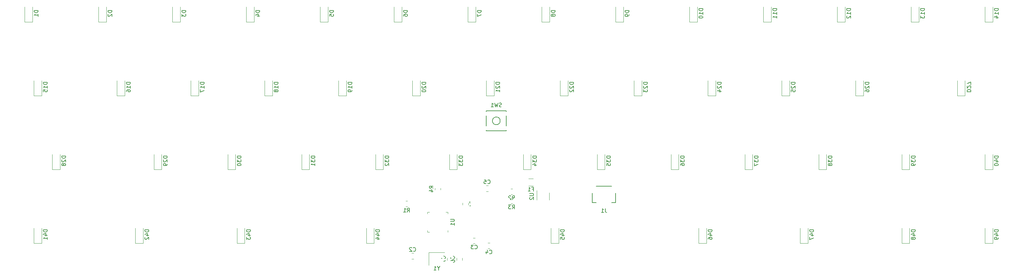
<source format=gbo>
G04 #@! TF.GenerationSoftware,KiCad,Pcbnew,5.1.10*
G04 #@! TF.CreationDate,2021-06-15T23:35:37+09:00*
G04 #@! TF.ProjectId,bakeneko40,62616b65-6e65-46b6-9f34-302e6b696361,rev?*
G04 #@! TF.SameCoordinates,Original*
G04 #@! TF.FileFunction,Legend,Bot*
G04 #@! TF.FilePolarity,Positive*
%FSLAX46Y46*%
G04 Gerber Fmt 4.6, Leading zero omitted, Abs format (unit mm)*
G04 Created by KiCad (PCBNEW 5.1.10) date 2021-06-15 23:35:37*
%MOMM*%
%LPD*%
G01*
G04 APERTURE LIST*
%ADD10C,0.120000*%
%ADD11C,0.150000*%
%ADD12R,3.100000X3.100000*%
%ADD13C,2.250000*%
%ADD14C,3.987800*%
%ADD15C,1.750000*%
%ADD16C,3.048000*%
%ADD17R,1.400000X1.200000*%
%ADD18R,0.650000X1.060000*%
%ADD19R,1.800000X1.100000*%
%ADD20R,0.600000X1.550000*%
%ADD21R,1.200000X1.800000*%
%ADD22R,1.200000X0.900000*%
G04 APERTURE END LIST*
D10*
G04 #@! TO.C,U1*
X141485800Y-113227180D02*
X141485800Y-113702180D01*
X136265800Y-108482180D02*
X136740800Y-108482180D01*
X136265800Y-108957180D02*
X136265800Y-108482180D01*
X136265800Y-113702180D02*
X136740800Y-113702180D01*
X136265800Y-113227180D02*
X136265800Y-113702180D01*
X141485800Y-108482180D02*
X141010800Y-108482180D01*
X141485800Y-108957180D02*
X141485800Y-108482180D01*
G04 #@! TO.C,Y1*
X136600000Y-118930077D02*
X140600000Y-118930077D01*
X136600000Y-122230077D02*
X136600000Y-118930077D01*
G04 #@! TO.C,U2*
X164439999Y-105334811D02*
X164439999Y-102884811D01*
X167659999Y-103534811D02*
X167659999Y-105334811D01*
D11*
G04 #@! TO.C,SW1*
X151387500Y-87531250D02*
X156587500Y-87531250D01*
X156587500Y-87531250D02*
X156587500Y-82331250D01*
X156587500Y-82331250D02*
X151387500Y-82331250D01*
X151387500Y-82331250D02*
X151387500Y-87531250D01*
X154987500Y-84931250D02*
G75*
G03*
X154987500Y-84931250I-1000000J0D01*
G01*
D10*
G04 #@! TO.C,R4*
X139641250Y-102285436D02*
X139641250Y-102739564D01*
X138171250Y-102285436D02*
X138171250Y-102739564D01*
G04 #@! TO.C,R3*
X157729186Y-104833750D02*
X158183314Y-104833750D01*
X157729186Y-106303750D02*
X158183314Y-106303750D01*
G04 #@! TO.C,R2*
X157729186Y-102452500D02*
X158183314Y-102452500D01*
X157729186Y-103922500D02*
X158183314Y-103922500D01*
G04 #@! TO.C,R1*
X130622936Y-105627500D02*
X131077064Y-105627500D01*
X130622936Y-107097500D02*
X131077064Y-107097500D01*
D11*
G04 #@! TO.C,J1*
X183768750Y-106000000D02*
X184768750Y-106000000D01*
X184768750Y-106000000D02*
X184768750Y-103600000D01*
X183768750Y-101800000D02*
X179768750Y-101800000D01*
X178768750Y-103600000D02*
X178768750Y-106000000D01*
X178768750Y-106000000D02*
X179768750Y-106000000D01*
D10*
G04 #@! TO.C,F1*
X162304186Y-99896250D02*
X163508314Y-99896250D01*
X162304186Y-101716250D02*
X163508314Y-101716250D01*
G04 #@! TO.C,D49*
X281987500Y-116550000D02*
X281987500Y-112650000D01*
X279987500Y-116550000D02*
X279987500Y-112650000D01*
X281987500Y-116550000D02*
X279987500Y-116550000D01*
G04 #@! TO.C,D48*
X260556250Y-116550000D02*
X260556250Y-112650000D01*
X258556250Y-116550000D02*
X258556250Y-112650000D01*
X260556250Y-116550000D02*
X258556250Y-116550000D01*
G04 #@! TO.C,D47*
X234362500Y-116550000D02*
X234362500Y-112650000D01*
X232362500Y-116550000D02*
X232362500Y-112650000D01*
X234362500Y-116550000D02*
X232362500Y-116550000D01*
G04 #@! TO.C,D46*
X208168750Y-116550000D02*
X208168750Y-112650000D01*
X206168750Y-116550000D02*
X206168750Y-112650000D01*
X208168750Y-116550000D02*
X206168750Y-116550000D01*
G04 #@! TO.C,D45*
X170068750Y-116550000D02*
X170068750Y-112650000D01*
X168068750Y-116550000D02*
X168068750Y-112650000D01*
X170068750Y-116550000D02*
X168068750Y-116550000D01*
G04 #@! TO.C,D44*
X122443750Y-116550000D02*
X122443750Y-112650000D01*
X120443750Y-116550000D02*
X120443750Y-112650000D01*
X122443750Y-116550000D02*
X120443750Y-116550000D01*
G04 #@! TO.C,D43*
X89106250Y-116550000D02*
X89106250Y-112650000D01*
X87106250Y-116550000D02*
X87106250Y-112650000D01*
X89106250Y-116550000D02*
X87106250Y-116550000D01*
G04 #@! TO.C,D42*
X62912500Y-116550000D02*
X62912500Y-112650000D01*
X60912500Y-116550000D02*
X60912500Y-112650000D01*
X62912500Y-116550000D02*
X60912500Y-116550000D01*
G04 #@! TO.C,D41*
X36718750Y-116550000D02*
X36718750Y-112650000D01*
X34718750Y-116550000D02*
X34718750Y-112650000D01*
X36718750Y-116550000D02*
X34718750Y-116550000D01*
G04 #@! TO.C,D40*
X281987500Y-97500000D02*
X281987500Y-93600000D01*
X279987500Y-97500000D02*
X279987500Y-93600000D01*
X281987500Y-97500000D02*
X279987500Y-97500000D01*
G04 #@! TO.C,D39*
X260556250Y-97500000D02*
X260556250Y-93600000D01*
X258556250Y-97500000D02*
X258556250Y-93600000D01*
X260556250Y-97500000D02*
X258556250Y-97500000D01*
G04 #@! TO.C,D38*
X239125000Y-97500000D02*
X239125000Y-93600000D01*
X237125000Y-97500000D02*
X237125000Y-93600000D01*
X239125000Y-97500000D02*
X237125000Y-97500000D01*
G04 #@! TO.C,D37*
X220075000Y-97500000D02*
X220075000Y-93600000D01*
X218075000Y-97500000D02*
X218075000Y-93600000D01*
X220075000Y-97500000D02*
X218075000Y-97500000D01*
G04 #@! TO.C,D36*
X201025000Y-97500000D02*
X201025000Y-93600000D01*
X199025000Y-97500000D02*
X199025000Y-93600000D01*
X201025000Y-97500000D02*
X199025000Y-97500000D01*
G04 #@! TO.C,D35*
X181975000Y-97500000D02*
X181975000Y-93600000D01*
X179975000Y-97500000D02*
X179975000Y-93600000D01*
X181975000Y-97500000D02*
X179975000Y-97500000D01*
G04 #@! TO.C,D34*
X162925000Y-97500000D02*
X162925000Y-93600000D01*
X160925000Y-97500000D02*
X160925000Y-93600000D01*
X162925000Y-97500000D02*
X160925000Y-97500000D01*
G04 #@! TO.C,D33*
X143875000Y-97500000D02*
X143875000Y-93600000D01*
X141875000Y-97500000D02*
X141875000Y-93600000D01*
X143875000Y-97500000D02*
X141875000Y-97500000D01*
G04 #@! TO.C,D32*
X124825000Y-97500000D02*
X124825000Y-93600000D01*
X122825000Y-97500000D02*
X122825000Y-93600000D01*
X124825000Y-97500000D02*
X122825000Y-97500000D01*
G04 #@! TO.C,D31*
X105775000Y-97500000D02*
X105775000Y-93600000D01*
X103775000Y-97500000D02*
X103775000Y-93600000D01*
X105775000Y-97500000D02*
X103775000Y-97500000D01*
G04 #@! TO.C,D30*
X86725000Y-97500000D02*
X86725000Y-93600000D01*
X84725000Y-97500000D02*
X84725000Y-93600000D01*
X86725000Y-97500000D02*
X84725000Y-97500000D01*
G04 #@! TO.C,D29*
X67675000Y-97500000D02*
X67675000Y-93600000D01*
X65675000Y-97500000D02*
X65675000Y-93600000D01*
X67675000Y-97500000D02*
X65675000Y-97500000D01*
G04 #@! TO.C,D28*
X41481250Y-97500000D02*
X41481250Y-93600000D01*
X39481250Y-97500000D02*
X39481250Y-93600000D01*
X41481250Y-97500000D02*
X39481250Y-97500000D01*
G04 #@! TO.C,D27*
X274843750Y-78450000D02*
X274843750Y-74550000D01*
X272843750Y-78450000D02*
X272843750Y-74550000D01*
X274843750Y-78450000D02*
X272843750Y-78450000D01*
G04 #@! TO.C,D26*
X248650000Y-78450000D02*
X248650000Y-74550000D01*
X246650000Y-78450000D02*
X246650000Y-74550000D01*
X248650000Y-78450000D02*
X246650000Y-78450000D01*
G04 #@! TO.C,D25*
X229600000Y-78450000D02*
X229600000Y-74550000D01*
X227600000Y-78450000D02*
X227600000Y-74550000D01*
X229600000Y-78450000D02*
X227600000Y-78450000D01*
G04 #@! TO.C,D24*
X210550000Y-78450000D02*
X210550000Y-74550000D01*
X208550000Y-78450000D02*
X208550000Y-74550000D01*
X210550000Y-78450000D02*
X208550000Y-78450000D01*
G04 #@! TO.C,D23*
X191500000Y-78450000D02*
X191500000Y-74550000D01*
X189500000Y-78450000D02*
X189500000Y-74550000D01*
X191500000Y-78450000D02*
X189500000Y-78450000D01*
G04 #@! TO.C,D22*
X172450000Y-78450000D02*
X172450000Y-74550000D01*
X170450000Y-78450000D02*
X170450000Y-74550000D01*
X172450000Y-78450000D02*
X170450000Y-78450000D01*
G04 #@! TO.C,D21*
X153400000Y-78450000D02*
X153400000Y-74550000D01*
X151400000Y-78450000D02*
X151400000Y-74550000D01*
X153400000Y-78450000D02*
X151400000Y-78450000D01*
G04 #@! TO.C,D20*
X134350000Y-78450000D02*
X134350000Y-74550000D01*
X132350000Y-78450000D02*
X132350000Y-74550000D01*
X134350000Y-78450000D02*
X132350000Y-78450000D01*
G04 #@! TO.C,D19*
X115300000Y-78450000D02*
X115300000Y-74550000D01*
X113300000Y-78450000D02*
X113300000Y-74550000D01*
X115300000Y-78450000D02*
X113300000Y-78450000D01*
G04 #@! TO.C,D18*
X96250000Y-78450000D02*
X96250000Y-74550000D01*
X94250000Y-78450000D02*
X94250000Y-74550000D01*
X96250000Y-78450000D02*
X94250000Y-78450000D01*
G04 #@! TO.C,D17*
X77200000Y-78450000D02*
X77200000Y-74550000D01*
X75200000Y-78450000D02*
X75200000Y-74550000D01*
X77200000Y-78450000D02*
X75200000Y-78450000D01*
G04 #@! TO.C,D16*
X58150000Y-78450000D02*
X58150000Y-74550000D01*
X56150000Y-78450000D02*
X56150000Y-74550000D01*
X58150000Y-78450000D02*
X56150000Y-78450000D01*
G04 #@! TO.C,D15*
X36718750Y-78450000D02*
X36718750Y-74550000D01*
X34718750Y-78450000D02*
X34718750Y-74550000D01*
X36718750Y-78450000D02*
X34718750Y-78450000D01*
G04 #@! TO.C,D14*
X281987500Y-59400000D02*
X281987500Y-55500000D01*
X279987500Y-59400000D02*
X279987500Y-55500000D01*
X281987500Y-59400000D02*
X279987500Y-59400000D01*
G04 #@! TO.C,D13*
X262937500Y-59400000D02*
X262937500Y-55500000D01*
X260937500Y-59400000D02*
X260937500Y-55500000D01*
X262937500Y-59400000D02*
X260937500Y-59400000D01*
G04 #@! TO.C,D12*
X243887500Y-59400000D02*
X243887500Y-55500000D01*
X241887500Y-59400000D02*
X241887500Y-55500000D01*
X243887500Y-59400000D02*
X241887500Y-59400000D01*
G04 #@! TO.C,D11*
X224837500Y-59400000D02*
X224837500Y-55500000D01*
X222837500Y-59400000D02*
X222837500Y-55500000D01*
X224837500Y-59400000D02*
X222837500Y-59400000D01*
G04 #@! TO.C,D10*
X205787500Y-59400000D02*
X205787500Y-55500000D01*
X203787500Y-59400000D02*
X203787500Y-55500000D01*
X205787500Y-59400000D02*
X203787500Y-59400000D01*
G04 #@! TO.C,D9*
X186737500Y-59400000D02*
X186737500Y-55500000D01*
X184737500Y-59400000D02*
X184737500Y-55500000D01*
X186737500Y-59400000D02*
X184737500Y-59400000D01*
G04 #@! TO.C,D8*
X167687500Y-59400000D02*
X167687500Y-55500000D01*
X165687500Y-59400000D02*
X165687500Y-55500000D01*
X167687500Y-59400000D02*
X165687500Y-59400000D01*
G04 #@! TO.C,D7*
X148637500Y-59400000D02*
X148637500Y-55500000D01*
X146637500Y-59400000D02*
X146637500Y-55500000D01*
X148637500Y-59400000D02*
X146637500Y-59400000D01*
G04 #@! TO.C,D6*
X129587500Y-59400000D02*
X129587500Y-55500000D01*
X127587500Y-59400000D02*
X127587500Y-55500000D01*
X129587500Y-59400000D02*
X127587500Y-59400000D01*
G04 #@! TO.C,D5*
X110537500Y-59400000D02*
X110537500Y-55500000D01*
X108537500Y-59400000D02*
X108537500Y-55500000D01*
X110537500Y-59400000D02*
X108537500Y-59400000D01*
G04 #@! TO.C,D4*
X91487500Y-59400000D02*
X91487500Y-55500000D01*
X89487500Y-59400000D02*
X89487500Y-55500000D01*
X91487500Y-59400000D02*
X89487500Y-59400000D01*
G04 #@! TO.C,D3*
X72437500Y-59400000D02*
X72437500Y-55500000D01*
X70437500Y-59400000D02*
X70437500Y-55500000D01*
X72437500Y-59400000D02*
X70437500Y-59400000D01*
G04 #@! TO.C,D2*
X53387500Y-59400000D02*
X53387500Y-55500000D01*
X51387500Y-59400000D02*
X51387500Y-55500000D01*
X53387500Y-59400000D02*
X51387500Y-59400000D01*
G04 #@! TO.C,D1*
X34337500Y-59400000D02*
X34337500Y-55500000D01*
X32337500Y-59400000D02*
X32337500Y-55500000D01*
X34337500Y-59400000D02*
X32337500Y-59400000D01*
G04 #@! TO.C,C7*
X142816250Y-120388748D02*
X142816250Y-120911252D01*
X141346250Y-120388748D02*
X141346250Y-120911252D01*
G04 #@! TO.C,C6*
X145197500Y-120388748D02*
X145197500Y-120911252D01*
X143727500Y-120388748D02*
X143727500Y-120911252D01*
G04 #@! TO.C,C5*
X151867502Y-103128750D02*
X151344998Y-103128750D01*
X151867502Y-101658750D02*
X151344998Y-101658750D01*
G04 #@! TO.C,C4*
X151798405Y-116415476D02*
X152320909Y-116415476D01*
X151798405Y-117885476D02*
X152320909Y-117885476D01*
G04 #@! TO.C,C3*
X148013748Y-115152500D02*
X148536252Y-115152500D01*
X148013748Y-116622500D02*
X148536252Y-116622500D01*
G04 #@! TO.C,C2*
X132661252Y-120591250D02*
X132138748Y-120591250D01*
X132661252Y-119121250D02*
X132138748Y-119121250D01*
G04 #@! TO.C,C1*
X145315000Y-106623752D02*
X145315000Y-106101248D01*
X146785000Y-106623752D02*
X146785000Y-106101248D01*
G04 #@! TO.C,U1*
D11*
X142148180Y-110330275D02*
X142957704Y-110330275D01*
X143052942Y-110377894D01*
X143100561Y-110425513D01*
X143148180Y-110520751D01*
X143148180Y-110711227D01*
X143100561Y-110806465D01*
X143052942Y-110854084D01*
X142957704Y-110901703D01*
X142148180Y-110901703D01*
X143148180Y-111901703D02*
X143148180Y-111330275D01*
X143148180Y-111615989D02*
X142148180Y-111615989D01*
X142291038Y-111520751D01*
X142386276Y-111425513D01*
X142433895Y-111330275D01*
G04 #@! TO.C,Y1*
X139076190Y-123006267D02*
X139076190Y-123482457D01*
X139409523Y-122482457D02*
X139076190Y-123006267D01*
X138742857Y-122482457D01*
X137885714Y-123482457D02*
X138457142Y-123482457D01*
X138171428Y-123482457D02*
X138171428Y-122482457D01*
X138266666Y-122625315D01*
X138361904Y-122720553D01*
X138457142Y-122768172D01*
G04 #@! TO.C,U2*
X162602379Y-103672906D02*
X163411903Y-103672906D01*
X163507141Y-103720525D01*
X163554760Y-103768144D01*
X163602379Y-103863382D01*
X163602379Y-104053858D01*
X163554760Y-104149096D01*
X163507141Y-104196715D01*
X163411903Y-104244334D01*
X162602379Y-104244334D01*
X162697618Y-104672906D02*
X162649999Y-104720525D01*
X162602379Y-104815763D01*
X162602379Y-105053858D01*
X162649999Y-105149096D01*
X162697618Y-105196715D01*
X162792856Y-105244334D01*
X162888094Y-105244334D01*
X163030951Y-105196715D01*
X163602379Y-104625287D01*
X163602379Y-105244334D01*
G04 #@! TO.C,SW1*
X155320833Y-81272011D02*
X155177976Y-81319630D01*
X154939880Y-81319630D01*
X154844642Y-81272011D01*
X154797023Y-81224392D01*
X154749404Y-81129154D01*
X154749404Y-81033916D01*
X154797023Y-80938678D01*
X154844642Y-80891059D01*
X154939880Y-80843440D01*
X155130357Y-80795821D01*
X155225595Y-80748202D01*
X155273214Y-80700583D01*
X155320833Y-80605345D01*
X155320833Y-80510107D01*
X155273214Y-80414869D01*
X155225595Y-80367250D01*
X155130357Y-80319630D01*
X154892261Y-80319630D01*
X154749404Y-80367250D01*
X154416071Y-80319630D02*
X154177976Y-81319630D01*
X153987500Y-80605345D01*
X153797023Y-81319630D01*
X153558928Y-80319630D01*
X152654166Y-81319630D02*
X153225595Y-81319630D01*
X152939880Y-81319630D02*
X152939880Y-80319630D01*
X153035119Y-80462488D01*
X153130357Y-80557726D01*
X153225595Y-80605345D01*
G04 #@! TO.C,R4*
X137708630Y-102345833D02*
X137232440Y-102012500D01*
X137708630Y-101774404D02*
X136708630Y-101774404D01*
X136708630Y-102155357D01*
X136756250Y-102250595D01*
X136803869Y-102298214D01*
X136899107Y-102345833D01*
X137041964Y-102345833D01*
X137137202Y-102298214D01*
X137184821Y-102250595D01*
X137232440Y-102155357D01*
X137232440Y-101774404D01*
X137041964Y-103202976D02*
X137708630Y-103202976D01*
X136661011Y-102964880D02*
X137375297Y-102726785D01*
X137375297Y-103345833D01*
G04 #@! TO.C,R3*
X158122916Y-107671130D02*
X158456250Y-107194940D01*
X158694345Y-107671130D02*
X158694345Y-106671130D01*
X158313392Y-106671130D01*
X158218154Y-106718750D01*
X158170535Y-106766369D01*
X158122916Y-106861607D01*
X158122916Y-107004464D01*
X158170535Y-107099702D01*
X158218154Y-107147321D01*
X158313392Y-107194940D01*
X158694345Y-107194940D01*
X157789583Y-106671130D02*
X157170535Y-106671130D01*
X157503869Y-107052083D01*
X157361011Y-107052083D01*
X157265773Y-107099702D01*
X157218154Y-107147321D01*
X157170535Y-107242559D01*
X157170535Y-107480654D01*
X157218154Y-107575892D01*
X157265773Y-107623511D01*
X157361011Y-107671130D01*
X157646726Y-107671130D01*
X157741964Y-107623511D01*
X157789583Y-107575892D01*
G04 #@! TO.C,R2*
X158122916Y-105289880D02*
X158456250Y-104813690D01*
X158694345Y-105289880D02*
X158694345Y-104289880D01*
X158313392Y-104289880D01*
X158218154Y-104337500D01*
X158170535Y-104385119D01*
X158122916Y-104480357D01*
X158122916Y-104623214D01*
X158170535Y-104718452D01*
X158218154Y-104766071D01*
X158313392Y-104813690D01*
X158694345Y-104813690D01*
X157741964Y-104385119D02*
X157694345Y-104337500D01*
X157599107Y-104289880D01*
X157361011Y-104289880D01*
X157265773Y-104337500D01*
X157218154Y-104385119D01*
X157170535Y-104480357D01*
X157170535Y-104575595D01*
X157218154Y-104718452D01*
X157789583Y-105289880D01*
X157170535Y-105289880D01*
G04 #@! TO.C,R1*
X131016666Y-108464880D02*
X131350000Y-107988690D01*
X131588095Y-108464880D02*
X131588095Y-107464880D01*
X131207142Y-107464880D01*
X131111904Y-107512500D01*
X131064285Y-107560119D01*
X131016666Y-107655357D01*
X131016666Y-107798214D01*
X131064285Y-107893452D01*
X131111904Y-107941071D01*
X131207142Y-107988690D01*
X131588095Y-107988690D01*
X130064285Y-108464880D02*
X130635714Y-108464880D01*
X130350000Y-108464880D02*
X130350000Y-107464880D01*
X130445238Y-107607738D01*
X130540476Y-107702976D01*
X130635714Y-107750595D01*
G04 #@! TO.C,J1*
X182102083Y-107552380D02*
X182102083Y-108266666D01*
X182149702Y-108409523D01*
X182244940Y-108504761D01*
X182387797Y-108552380D01*
X182483035Y-108552380D01*
X181102083Y-108552380D02*
X181673511Y-108552380D01*
X181387797Y-108552380D02*
X181387797Y-107552380D01*
X181483035Y-107695238D01*
X181578273Y-107790476D01*
X181673511Y-107838095D01*
G04 #@! TO.C,F1*
X163239583Y-102554821D02*
X163572916Y-102554821D01*
X163572916Y-103078630D02*
X163572916Y-102078630D01*
X163096726Y-102078630D01*
X162191964Y-103078630D02*
X162763392Y-103078630D01*
X162477678Y-103078630D02*
X162477678Y-102078630D01*
X162572916Y-102221488D01*
X162668154Y-102316726D01*
X162763392Y-102364345D01*
G04 #@! TO.C,D49*
X283439880Y-113085714D02*
X282439880Y-113085714D01*
X282439880Y-113323809D01*
X282487500Y-113466666D01*
X282582738Y-113561904D01*
X282677976Y-113609523D01*
X282868452Y-113657142D01*
X283011309Y-113657142D01*
X283201785Y-113609523D01*
X283297023Y-113561904D01*
X283392261Y-113466666D01*
X283439880Y-113323809D01*
X283439880Y-113085714D01*
X282773214Y-114514285D02*
X283439880Y-114514285D01*
X282392261Y-114276190D02*
X283106547Y-114038095D01*
X283106547Y-114657142D01*
X283439880Y-115085714D02*
X283439880Y-115276190D01*
X283392261Y-115371428D01*
X283344642Y-115419047D01*
X283201785Y-115514285D01*
X283011309Y-115561904D01*
X282630357Y-115561904D01*
X282535119Y-115514285D01*
X282487500Y-115466666D01*
X282439880Y-115371428D01*
X282439880Y-115180952D01*
X282487500Y-115085714D01*
X282535119Y-115038095D01*
X282630357Y-114990476D01*
X282868452Y-114990476D01*
X282963690Y-115038095D01*
X283011309Y-115085714D01*
X283058928Y-115180952D01*
X283058928Y-115371428D01*
X283011309Y-115466666D01*
X282963690Y-115514285D01*
X282868452Y-115561904D01*
G04 #@! TO.C,D48*
X262008630Y-113085714D02*
X261008630Y-113085714D01*
X261008630Y-113323809D01*
X261056250Y-113466666D01*
X261151488Y-113561904D01*
X261246726Y-113609523D01*
X261437202Y-113657142D01*
X261580059Y-113657142D01*
X261770535Y-113609523D01*
X261865773Y-113561904D01*
X261961011Y-113466666D01*
X262008630Y-113323809D01*
X262008630Y-113085714D01*
X261341964Y-114514285D02*
X262008630Y-114514285D01*
X260961011Y-114276190D02*
X261675297Y-114038095D01*
X261675297Y-114657142D01*
X261437202Y-115180952D02*
X261389583Y-115085714D01*
X261341964Y-115038095D01*
X261246726Y-114990476D01*
X261199107Y-114990476D01*
X261103869Y-115038095D01*
X261056250Y-115085714D01*
X261008630Y-115180952D01*
X261008630Y-115371428D01*
X261056250Y-115466666D01*
X261103869Y-115514285D01*
X261199107Y-115561904D01*
X261246726Y-115561904D01*
X261341964Y-115514285D01*
X261389583Y-115466666D01*
X261437202Y-115371428D01*
X261437202Y-115180952D01*
X261484821Y-115085714D01*
X261532440Y-115038095D01*
X261627678Y-114990476D01*
X261818154Y-114990476D01*
X261913392Y-115038095D01*
X261961011Y-115085714D01*
X262008630Y-115180952D01*
X262008630Y-115371428D01*
X261961011Y-115466666D01*
X261913392Y-115514285D01*
X261818154Y-115561904D01*
X261627678Y-115561904D01*
X261532440Y-115514285D01*
X261484821Y-115466666D01*
X261437202Y-115371428D01*
G04 #@! TO.C,D47*
X235814880Y-113085714D02*
X234814880Y-113085714D01*
X234814880Y-113323809D01*
X234862500Y-113466666D01*
X234957738Y-113561904D01*
X235052976Y-113609523D01*
X235243452Y-113657142D01*
X235386309Y-113657142D01*
X235576785Y-113609523D01*
X235672023Y-113561904D01*
X235767261Y-113466666D01*
X235814880Y-113323809D01*
X235814880Y-113085714D01*
X235148214Y-114514285D02*
X235814880Y-114514285D01*
X234767261Y-114276190D02*
X235481547Y-114038095D01*
X235481547Y-114657142D01*
X234814880Y-114942857D02*
X234814880Y-115609523D01*
X235814880Y-115180952D01*
G04 #@! TO.C,D46*
X209621130Y-113085714D02*
X208621130Y-113085714D01*
X208621130Y-113323809D01*
X208668750Y-113466666D01*
X208763988Y-113561904D01*
X208859226Y-113609523D01*
X209049702Y-113657142D01*
X209192559Y-113657142D01*
X209383035Y-113609523D01*
X209478273Y-113561904D01*
X209573511Y-113466666D01*
X209621130Y-113323809D01*
X209621130Y-113085714D01*
X208954464Y-114514285D02*
X209621130Y-114514285D01*
X208573511Y-114276190D02*
X209287797Y-114038095D01*
X209287797Y-114657142D01*
X208621130Y-115466666D02*
X208621130Y-115276190D01*
X208668750Y-115180952D01*
X208716369Y-115133333D01*
X208859226Y-115038095D01*
X209049702Y-114990476D01*
X209430654Y-114990476D01*
X209525892Y-115038095D01*
X209573511Y-115085714D01*
X209621130Y-115180952D01*
X209621130Y-115371428D01*
X209573511Y-115466666D01*
X209525892Y-115514285D01*
X209430654Y-115561904D01*
X209192559Y-115561904D01*
X209097321Y-115514285D01*
X209049702Y-115466666D01*
X209002083Y-115371428D01*
X209002083Y-115180952D01*
X209049702Y-115085714D01*
X209097321Y-115038095D01*
X209192559Y-114990476D01*
G04 #@! TO.C,D45*
X171521130Y-113085714D02*
X170521130Y-113085714D01*
X170521130Y-113323809D01*
X170568750Y-113466666D01*
X170663988Y-113561904D01*
X170759226Y-113609523D01*
X170949702Y-113657142D01*
X171092559Y-113657142D01*
X171283035Y-113609523D01*
X171378273Y-113561904D01*
X171473511Y-113466666D01*
X171521130Y-113323809D01*
X171521130Y-113085714D01*
X170854464Y-114514285D02*
X171521130Y-114514285D01*
X170473511Y-114276190D02*
X171187797Y-114038095D01*
X171187797Y-114657142D01*
X170521130Y-115514285D02*
X170521130Y-115038095D01*
X170997321Y-114990476D01*
X170949702Y-115038095D01*
X170902083Y-115133333D01*
X170902083Y-115371428D01*
X170949702Y-115466666D01*
X170997321Y-115514285D01*
X171092559Y-115561904D01*
X171330654Y-115561904D01*
X171425892Y-115514285D01*
X171473511Y-115466666D01*
X171521130Y-115371428D01*
X171521130Y-115133333D01*
X171473511Y-115038095D01*
X171425892Y-114990476D01*
G04 #@! TO.C,D44*
X123896130Y-113085714D02*
X122896130Y-113085714D01*
X122896130Y-113323809D01*
X122943750Y-113466666D01*
X123038988Y-113561904D01*
X123134226Y-113609523D01*
X123324702Y-113657142D01*
X123467559Y-113657142D01*
X123658035Y-113609523D01*
X123753273Y-113561904D01*
X123848511Y-113466666D01*
X123896130Y-113323809D01*
X123896130Y-113085714D01*
X123229464Y-114514285D02*
X123896130Y-114514285D01*
X122848511Y-114276190D02*
X123562797Y-114038095D01*
X123562797Y-114657142D01*
X123229464Y-115466666D02*
X123896130Y-115466666D01*
X122848511Y-115228571D02*
X123562797Y-114990476D01*
X123562797Y-115609523D01*
G04 #@! TO.C,D43*
X90558630Y-113085714D02*
X89558630Y-113085714D01*
X89558630Y-113323809D01*
X89606250Y-113466666D01*
X89701488Y-113561904D01*
X89796726Y-113609523D01*
X89987202Y-113657142D01*
X90130059Y-113657142D01*
X90320535Y-113609523D01*
X90415773Y-113561904D01*
X90511011Y-113466666D01*
X90558630Y-113323809D01*
X90558630Y-113085714D01*
X89891964Y-114514285D02*
X90558630Y-114514285D01*
X89511011Y-114276190D02*
X90225297Y-114038095D01*
X90225297Y-114657142D01*
X89558630Y-114942857D02*
X89558630Y-115561904D01*
X89939583Y-115228571D01*
X89939583Y-115371428D01*
X89987202Y-115466666D01*
X90034821Y-115514285D01*
X90130059Y-115561904D01*
X90368154Y-115561904D01*
X90463392Y-115514285D01*
X90511011Y-115466666D01*
X90558630Y-115371428D01*
X90558630Y-115085714D01*
X90511011Y-114990476D01*
X90463392Y-114942857D01*
G04 #@! TO.C,D42*
X64364880Y-113085714D02*
X63364880Y-113085714D01*
X63364880Y-113323809D01*
X63412500Y-113466666D01*
X63507738Y-113561904D01*
X63602976Y-113609523D01*
X63793452Y-113657142D01*
X63936309Y-113657142D01*
X64126785Y-113609523D01*
X64222023Y-113561904D01*
X64317261Y-113466666D01*
X64364880Y-113323809D01*
X64364880Y-113085714D01*
X63698214Y-114514285D02*
X64364880Y-114514285D01*
X63317261Y-114276190D02*
X64031547Y-114038095D01*
X64031547Y-114657142D01*
X63460119Y-114990476D02*
X63412500Y-115038095D01*
X63364880Y-115133333D01*
X63364880Y-115371428D01*
X63412500Y-115466666D01*
X63460119Y-115514285D01*
X63555357Y-115561904D01*
X63650595Y-115561904D01*
X63793452Y-115514285D01*
X64364880Y-114942857D01*
X64364880Y-115561904D01*
G04 #@! TO.C,D41*
X38171130Y-113085714D02*
X37171130Y-113085714D01*
X37171130Y-113323809D01*
X37218750Y-113466666D01*
X37313988Y-113561904D01*
X37409226Y-113609523D01*
X37599702Y-113657142D01*
X37742559Y-113657142D01*
X37933035Y-113609523D01*
X38028273Y-113561904D01*
X38123511Y-113466666D01*
X38171130Y-113323809D01*
X38171130Y-113085714D01*
X37504464Y-114514285D02*
X38171130Y-114514285D01*
X37123511Y-114276190D02*
X37837797Y-114038095D01*
X37837797Y-114657142D01*
X38171130Y-115561904D02*
X38171130Y-114990476D01*
X38171130Y-115276190D02*
X37171130Y-115276190D01*
X37313988Y-115180952D01*
X37409226Y-115085714D01*
X37456845Y-114990476D01*
G04 #@! TO.C,D40*
X283439880Y-94035714D02*
X282439880Y-94035714D01*
X282439880Y-94273809D01*
X282487500Y-94416666D01*
X282582738Y-94511904D01*
X282677976Y-94559523D01*
X282868452Y-94607142D01*
X283011309Y-94607142D01*
X283201785Y-94559523D01*
X283297023Y-94511904D01*
X283392261Y-94416666D01*
X283439880Y-94273809D01*
X283439880Y-94035714D01*
X282773214Y-95464285D02*
X283439880Y-95464285D01*
X282392261Y-95226190D02*
X283106547Y-94988095D01*
X283106547Y-95607142D01*
X282439880Y-96178571D02*
X282439880Y-96273809D01*
X282487500Y-96369047D01*
X282535119Y-96416666D01*
X282630357Y-96464285D01*
X282820833Y-96511904D01*
X283058928Y-96511904D01*
X283249404Y-96464285D01*
X283344642Y-96416666D01*
X283392261Y-96369047D01*
X283439880Y-96273809D01*
X283439880Y-96178571D01*
X283392261Y-96083333D01*
X283344642Y-96035714D01*
X283249404Y-95988095D01*
X283058928Y-95940476D01*
X282820833Y-95940476D01*
X282630357Y-95988095D01*
X282535119Y-96035714D01*
X282487500Y-96083333D01*
X282439880Y-96178571D01*
G04 #@! TO.C,D39*
X262008630Y-94035714D02*
X261008630Y-94035714D01*
X261008630Y-94273809D01*
X261056250Y-94416666D01*
X261151488Y-94511904D01*
X261246726Y-94559523D01*
X261437202Y-94607142D01*
X261580059Y-94607142D01*
X261770535Y-94559523D01*
X261865773Y-94511904D01*
X261961011Y-94416666D01*
X262008630Y-94273809D01*
X262008630Y-94035714D01*
X261008630Y-94940476D02*
X261008630Y-95559523D01*
X261389583Y-95226190D01*
X261389583Y-95369047D01*
X261437202Y-95464285D01*
X261484821Y-95511904D01*
X261580059Y-95559523D01*
X261818154Y-95559523D01*
X261913392Y-95511904D01*
X261961011Y-95464285D01*
X262008630Y-95369047D01*
X262008630Y-95083333D01*
X261961011Y-94988095D01*
X261913392Y-94940476D01*
X262008630Y-96035714D02*
X262008630Y-96226190D01*
X261961011Y-96321428D01*
X261913392Y-96369047D01*
X261770535Y-96464285D01*
X261580059Y-96511904D01*
X261199107Y-96511904D01*
X261103869Y-96464285D01*
X261056250Y-96416666D01*
X261008630Y-96321428D01*
X261008630Y-96130952D01*
X261056250Y-96035714D01*
X261103869Y-95988095D01*
X261199107Y-95940476D01*
X261437202Y-95940476D01*
X261532440Y-95988095D01*
X261580059Y-96035714D01*
X261627678Y-96130952D01*
X261627678Y-96321428D01*
X261580059Y-96416666D01*
X261532440Y-96464285D01*
X261437202Y-96511904D01*
G04 #@! TO.C,D38*
X240577380Y-94035714D02*
X239577380Y-94035714D01*
X239577380Y-94273809D01*
X239625000Y-94416666D01*
X239720238Y-94511904D01*
X239815476Y-94559523D01*
X240005952Y-94607142D01*
X240148809Y-94607142D01*
X240339285Y-94559523D01*
X240434523Y-94511904D01*
X240529761Y-94416666D01*
X240577380Y-94273809D01*
X240577380Y-94035714D01*
X239577380Y-94940476D02*
X239577380Y-95559523D01*
X239958333Y-95226190D01*
X239958333Y-95369047D01*
X240005952Y-95464285D01*
X240053571Y-95511904D01*
X240148809Y-95559523D01*
X240386904Y-95559523D01*
X240482142Y-95511904D01*
X240529761Y-95464285D01*
X240577380Y-95369047D01*
X240577380Y-95083333D01*
X240529761Y-94988095D01*
X240482142Y-94940476D01*
X240005952Y-96130952D02*
X239958333Y-96035714D01*
X239910714Y-95988095D01*
X239815476Y-95940476D01*
X239767857Y-95940476D01*
X239672619Y-95988095D01*
X239625000Y-96035714D01*
X239577380Y-96130952D01*
X239577380Y-96321428D01*
X239625000Y-96416666D01*
X239672619Y-96464285D01*
X239767857Y-96511904D01*
X239815476Y-96511904D01*
X239910714Y-96464285D01*
X239958333Y-96416666D01*
X240005952Y-96321428D01*
X240005952Y-96130952D01*
X240053571Y-96035714D01*
X240101190Y-95988095D01*
X240196428Y-95940476D01*
X240386904Y-95940476D01*
X240482142Y-95988095D01*
X240529761Y-96035714D01*
X240577380Y-96130952D01*
X240577380Y-96321428D01*
X240529761Y-96416666D01*
X240482142Y-96464285D01*
X240386904Y-96511904D01*
X240196428Y-96511904D01*
X240101190Y-96464285D01*
X240053571Y-96416666D01*
X240005952Y-96321428D01*
G04 #@! TO.C,D37*
X221527380Y-94035714D02*
X220527380Y-94035714D01*
X220527380Y-94273809D01*
X220575000Y-94416666D01*
X220670238Y-94511904D01*
X220765476Y-94559523D01*
X220955952Y-94607142D01*
X221098809Y-94607142D01*
X221289285Y-94559523D01*
X221384523Y-94511904D01*
X221479761Y-94416666D01*
X221527380Y-94273809D01*
X221527380Y-94035714D01*
X220527380Y-94940476D02*
X220527380Y-95559523D01*
X220908333Y-95226190D01*
X220908333Y-95369047D01*
X220955952Y-95464285D01*
X221003571Y-95511904D01*
X221098809Y-95559523D01*
X221336904Y-95559523D01*
X221432142Y-95511904D01*
X221479761Y-95464285D01*
X221527380Y-95369047D01*
X221527380Y-95083333D01*
X221479761Y-94988095D01*
X221432142Y-94940476D01*
X220527380Y-95892857D02*
X220527380Y-96559523D01*
X221527380Y-96130952D01*
G04 #@! TO.C,D36*
X202477380Y-94035714D02*
X201477380Y-94035714D01*
X201477380Y-94273809D01*
X201525000Y-94416666D01*
X201620238Y-94511904D01*
X201715476Y-94559523D01*
X201905952Y-94607142D01*
X202048809Y-94607142D01*
X202239285Y-94559523D01*
X202334523Y-94511904D01*
X202429761Y-94416666D01*
X202477380Y-94273809D01*
X202477380Y-94035714D01*
X201477380Y-94940476D02*
X201477380Y-95559523D01*
X201858333Y-95226190D01*
X201858333Y-95369047D01*
X201905952Y-95464285D01*
X201953571Y-95511904D01*
X202048809Y-95559523D01*
X202286904Y-95559523D01*
X202382142Y-95511904D01*
X202429761Y-95464285D01*
X202477380Y-95369047D01*
X202477380Y-95083333D01*
X202429761Y-94988095D01*
X202382142Y-94940476D01*
X201477380Y-96416666D02*
X201477380Y-96226190D01*
X201525000Y-96130952D01*
X201572619Y-96083333D01*
X201715476Y-95988095D01*
X201905952Y-95940476D01*
X202286904Y-95940476D01*
X202382142Y-95988095D01*
X202429761Y-96035714D01*
X202477380Y-96130952D01*
X202477380Y-96321428D01*
X202429761Y-96416666D01*
X202382142Y-96464285D01*
X202286904Y-96511904D01*
X202048809Y-96511904D01*
X201953571Y-96464285D01*
X201905952Y-96416666D01*
X201858333Y-96321428D01*
X201858333Y-96130952D01*
X201905952Y-96035714D01*
X201953571Y-95988095D01*
X202048809Y-95940476D01*
G04 #@! TO.C,D35*
X183427380Y-94035714D02*
X182427380Y-94035714D01*
X182427380Y-94273809D01*
X182475000Y-94416666D01*
X182570238Y-94511904D01*
X182665476Y-94559523D01*
X182855952Y-94607142D01*
X182998809Y-94607142D01*
X183189285Y-94559523D01*
X183284523Y-94511904D01*
X183379761Y-94416666D01*
X183427380Y-94273809D01*
X183427380Y-94035714D01*
X182427380Y-94940476D02*
X182427380Y-95559523D01*
X182808333Y-95226190D01*
X182808333Y-95369047D01*
X182855952Y-95464285D01*
X182903571Y-95511904D01*
X182998809Y-95559523D01*
X183236904Y-95559523D01*
X183332142Y-95511904D01*
X183379761Y-95464285D01*
X183427380Y-95369047D01*
X183427380Y-95083333D01*
X183379761Y-94988095D01*
X183332142Y-94940476D01*
X182427380Y-96464285D02*
X182427380Y-95988095D01*
X182903571Y-95940476D01*
X182855952Y-95988095D01*
X182808333Y-96083333D01*
X182808333Y-96321428D01*
X182855952Y-96416666D01*
X182903571Y-96464285D01*
X182998809Y-96511904D01*
X183236904Y-96511904D01*
X183332142Y-96464285D01*
X183379761Y-96416666D01*
X183427380Y-96321428D01*
X183427380Y-96083333D01*
X183379761Y-95988095D01*
X183332142Y-95940476D01*
G04 #@! TO.C,D34*
X164377380Y-94035714D02*
X163377380Y-94035714D01*
X163377380Y-94273809D01*
X163425000Y-94416666D01*
X163520238Y-94511904D01*
X163615476Y-94559523D01*
X163805952Y-94607142D01*
X163948809Y-94607142D01*
X164139285Y-94559523D01*
X164234523Y-94511904D01*
X164329761Y-94416666D01*
X164377380Y-94273809D01*
X164377380Y-94035714D01*
X163377380Y-94940476D02*
X163377380Y-95559523D01*
X163758333Y-95226190D01*
X163758333Y-95369047D01*
X163805952Y-95464285D01*
X163853571Y-95511904D01*
X163948809Y-95559523D01*
X164186904Y-95559523D01*
X164282142Y-95511904D01*
X164329761Y-95464285D01*
X164377380Y-95369047D01*
X164377380Y-95083333D01*
X164329761Y-94988095D01*
X164282142Y-94940476D01*
X163710714Y-96416666D02*
X164377380Y-96416666D01*
X163329761Y-96178571D02*
X164044047Y-95940476D01*
X164044047Y-96559523D01*
G04 #@! TO.C,D33*
X145327380Y-94035714D02*
X144327380Y-94035714D01*
X144327380Y-94273809D01*
X144375000Y-94416666D01*
X144470238Y-94511904D01*
X144565476Y-94559523D01*
X144755952Y-94607142D01*
X144898809Y-94607142D01*
X145089285Y-94559523D01*
X145184523Y-94511904D01*
X145279761Y-94416666D01*
X145327380Y-94273809D01*
X145327380Y-94035714D01*
X144327380Y-94940476D02*
X144327380Y-95559523D01*
X144708333Y-95226190D01*
X144708333Y-95369047D01*
X144755952Y-95464285D01*
X144803571Y-95511904D01*
X144898809Y-95559523D01*
X145136904Y-95559523D01*
X145232142Y-95511904D01*
X145279761Y-95464285D01*
X145327380Y-95369047D01*
X145327380Y-95083333D01*
X145279761Y-94988095D01*
X145232142Y-94940476D01*
X144327380Y-95892857D02*
X144327380Y-96511904D01*
X144708333Y-96178571D01*
X144708333Y-96321428D01*
X144755952Y-96416666D01*
X144803571Y-96464285D01*
X144898809Y-96511904D01*
X145136904Y-96511904D01*
X145232142Y-96464285D01*
X145279761Y-96416666D01*
X145327380Y-96321428D01*
X145327380Y-96035714D01*
X145279761Y-95940476D01*
X145232142Y-95892857D01*
G04 #@! TO.C,D32*
X126277380Y-94035714D02*
X125277380Y-94035714D01*
X125277380Y-94273809D01*
X125325000Y-94416666D01*
X125420238Y-94511904D01*
X125515476Y-94559523D01*
X125705952Y-94607142D01*
X125848809Y-94607142D01*
X126039285Y-94559523D01*
X126134523Y-94511904D01*
X126229761Y-94416666D01*
X126277380Y-94273809D01*
X126277380Y-94035714D01*
X125277380Y-94940476D02*
X125277380Y-95559523D01*
X125658333Y-95226190D01*
X125658333Y-95369047D01*
X125705952Y-95464285D01*
X125753571Y-95511904D01*
X125848809Y-95559523D01*
X126086904Y-95559523D01*
X126182142Y-95511904D01*
X126229761Y-95464285D01*
X126277380Y-95369047D01*
X126277380Y-95083333D01*
X126229761Y-94988095D01*
X126182142Y-94940476D01*
X125372619Y-95940476D02*
X125325000Y-95988095D01*
X125277380Y-96083333D01*
X125277380Y-96321428D01*
X125325000Y-96416666D01*
X125372619Y-96464285D01*
X125467857Y-96511904D01*
X125563095Y-96511904D01*
X125705952Y-96464285D01*
X126277380Y-95892857D01*
X126277380Y-96511904D01*
G04 #@! TO.C,D31*
X107227380Y-94035714D02*
X106227380Y-94035714D01*
X106227380Y-94273809D01*
X106275000Y-94416666D01*
X106370238Y-94511904D01*
X106465476Y-94559523D01*
X106655952Y-94607142D01*
X106798809Y-94607142D01*
X106989285Y-94559523D01*
X107084523Y-94511904D01*
X107179761Y-94416666D01*
X107227380Y-94273809D01*
X107227380Y-94035714D01*
X106227380Y-94940476D02*
X106227380Y-95559523D01*
X106608333Y-95226190D01*
X106608333Y-95369047D01*
X106655952Y-95464285D01*
X106703571Y-95511904D01*
X106798809Y-95559523D01*
X107036904Y-95559523D01*
X107132142Y-95511904D01*
X107179761Y-95464285D01*
X107227380Y-95369047D01*
X107227380Y-95083333D01*
X107179761Y-94988095D01*
X107132142Y-94940476D01*
X107227380Y-96511904D02*
X107227380Y-95940476D01*
X107227380Y-96226190D02*
X106227380Y-96226190D01*
X106370238Y-96130952D01*
X106465476Y-96035714D01*
X106513095Y-95940476D01*
G04 #@! TO.C,D30*
X88177380Y-94035714D02*
X87177380Y-94035714D01*
X87177380Y-94273809D01*
X87225000Y-94416666D01*
X87320238Y-94511904D01*
X87415476Y-94559523D01*
X87605952Y-94607142D01*
X87748809Y-94607142D01*
X87939285Y-94559523D01*
X88034523Y-94511904D01*
X88129761Y-94416666D01*
X88177380Y-94273809D01*
X88177380Y-94035714D01*
X87177380Y-94940476D02*
X87177380Y-95559523D01*
X87558333Y-95226190D01*
X87558333Y-95369047D01*
X87605952Y-95464285D01*
X87653571Y-95511904D01*
X87748809Y-95559523D01*
X87986904Y-95559523D01*
X88082142Y-95511904D01*
X88129761Y-95464285D01*
X88177380Y-95369047D01*
X88177380Y-95083333D01*
X88129761Y-94988095D01*
X88082142Y-94940476D01*
X87177380Y-96178571D02*
X87177380Y-96273809D01*
X87225000Y-96369047D01*
X87272619Y-96416666D01*
X87367857Y-96464285D01*
X87558333Y-96511904D01*
X87796428Y-96511904D01*
X87986904Y-96464285D01*
X88082142Y-96416666D01*
X88129761Y-96369047D01*
X88177380Y-96273809D01*
X88177380Y-96178571D01*
X88129761Y-96083333D01*
X88082142Y-96035714D01*
X87986904Y-95988095D01*
X87796428Y-95940476D01*
X87558333Y-95940476D01*
X87367857Y-95988095D01*
X87272619Y-96035714D01*
X87225000Y-96083333D01*
X87177380Y-96178571D01*
G04 #@! TO.C,D29*
X69127380Y-94035714D02*
X68127380Y-94035714D01*
X68127380Y-94273809D01*
X68175000Y-94416666D01*
X68270238Y-94511904D01*
X68365476Y-94559523D01*
X68555952Y-94607142D01*
X68698809Y-94607142D01*
X68889285Y-94559523D01*
X68984523Y-94511904D01*
X69079761Y-94416666D01*
X69127380Y-94273809D01*
X69127380Y-94035714D01*
X68222619Y-94988095D02*
X68175000Y-95035714D01*
X68127380Y-95130952D01*
X68127380Y-95369047D01*
X68175000Y-95464285D01*
X68222619Y-95511904D01*
X68317857Y-95559523D01*
X68413095Y-95559523D01*
X68555952Y-95511904D01*
X69127380Y-94940476D01*
X69127380Y-95559523D01*
X69127380Y-96035714D02*
X69127380Y-96226190D01*
X69079761Y-96321428D01*
X69032142Y-96369047D01*
X68889285Y-96464285D01*
X68698809Y-96511904D01*
X68317857Y-96511904D01*
X68222619Y-96464285D01*
X68175000Y-96416666D01*
X68127380Y-96321428D01*
X68127380Y-96130952D01*
X68175000Y-96035714D01*
X68222619Y-95988095D01*
X68317857Y-95940476D01*
X68555952Y-95940476D01*
X68651190Y-95988095D01*
X68698809Y-96035714D01*
X68746428Y-96130952D01*
X68746428Y-96321428D01*
X68698809Y-96416666D01*
X68651190Y-96464285D01*
X68555952Y-96511904D01*
G04 #@! TO.C,D28*
X42933630Y-94035714D02*
X41933630Y-94035714D01*
X41933630Y-94273809D01*
X41981250Y-94416666D01*
X42076488Y-94511904D01*
X42171726Y-94559523D01*
X42362202Y-94607142D01*
X42505059Y-94607142D01*
X42695535Y-94559523D01*
X42790773Y-94511904D01*
X42886011Y-94416666D01*
X42933630Y-94273809D01*
X42933630Y-94035714D01*
X42028869Y-94988095D02*
X41981250Y-95035714D01*
X41933630Y-95130952D01*
X41933630Y-95369047D01*
X41981250Y-95464285D01*
X42028869Y-95511904D01*
X42124107Y-95559523D01*
X42219345Y-95559523D01*
X42362202Y-95511904D01*
X42933630Y-94940476D01*
X42933630Y-95559523D01*
X42362202Y-96130952D02*
X42314583Y-96035714D01*
X42266964Y-95988095D01*
X42171726Y-95940476D01*
X42124107Y-95940476D01*
X42028869Y-95988095D01*
X41981250Y-96035714D01*
X41933630Y-96130952D01*
X41933630Y-96321428D01*
X41981250Y-96416666D01*
X42028869Y-96464285D01*
X42124107Y-96511904D01*
X42171726Y-96511904D01*
X42266964Y-96464285D01*
X42314583Y-96416666D01*
X42362202Y-96321428D01*
X42362202Y-96130952D01*
X42409821Y-96035714D01*
X42457440Y-95988095D01*
X42552678Y-95940476D01*
X42743154Y-95940476D01*
X42838392Y-95988095D01*
X42886011Y-96035714D01*
X42933630Y-96130952D01*
X42933630Y-96321428D01*
X42886011Y-96416666D01*
X42838392Y-96464285D01*
X42743154Y-96511904D01*
X42552678Y-96511904D01*
X42457440Y-96464285D01*
X42409821Y-96416666D01*
X42362202Y-96321428D01*
G04 #@! TO.C,D27*
X275391369Y-77414285D02*
X276391369Y-77414285D01*
X276391369Y-77176190D01*
X276343750Y-77033333D01*
X276248511Y-76938095D01*
X276153273Y-76890476D01*
X275962797Y-76842857D01*
X275819940Y-76842857D01*
X275629464Y-76890476D01*
X275534226Y-76938095D01*
X275438988Y-77033333D01*
X275391369Y-77176190D01*
X275391369Y-77414285D01*
X276296130Y-76461904D02*
X276343750Y-76414285D01*
X276391369Y-76319047D01*
X276391369Y-76080952D01*
X276343750Y-75985714D01*
X276296130Y-75938095D01*
X276200892Y-75890476D01*
X276105654Y-75890476D01*
X275962797Y-75938095D01*
X275391369Y-76509523D01*
X275391369Y-75890476D01*
X276391369Y-75557142D02*
X276391369Y-74890476D01*
X275391369Y-75319047D01*
G04 #@! TO.C,D26*
X250102380Y-74985714D02*
X249102380Y-74985714D01*
X249102380Y-75223809D01*
X249150000Y-75366666D01*
X249245238Y-75461904D01*
X249340476Y-75509523D01*
X249530952Y-75557142D01*
X249673809Y-75557142D01*
X249864285Y-75509523D01*
X249959523Y-75461904D01*
X250054761Y-75366666D01*
X250102380Y-75223809D01*
X250102380Y-74985714D01*
X249197619Y-75938095D02*
X249150000Y-75985714D01*
X249102380Y-76080952D01*
X249102380Y-76319047D01*
X249150000Y-76414285D01*
X249197619Y-76461904D01*
X249292857Y-76509523D01*
X249388095Y-76509523D01*
X249530952Y-76461904D01*
X250102380Y-75890476D01*
X250102380Y-76509523D01*
X249102380Y-77366666D02*
X249102380Y-77176190D01*
X249150000Y-77080952D01*
X249197619Y-77033333D01*
X249340476Y-76938095D01*
X249530952Y-76890476D01*
X249911904Y-76890476D01*
X250007142Y-76938095D01*
X250054761Y-76985714D01*
X250102380Y-77080952D01*
X250102380Y-77271428D01*
X250054761Y-77366666D01*
X250007142Y-77414285D01*
X249911904Y-77461904D01*
X249673809Y-77461904D01*
X249578571Y-77414285D01*
X249530952Y-77366666D01*
X249483333Y-77271428D01*
X249483333Y-77080952D01*
X249530952Y-76985714D01*
X249578571Y-76938095D01*
X249673809Y-76890476D01*
G04 #@! TO.C,D25*
X231052380Y-74985714D02*
X230052380Y-74985714D01*
X230052380Y-75223809D01*
X230100000Y-75366666D01*
X230195238Y-75461904D01*
X230290476Y-75509523D01*
X230480952Y-75557142D01*
X230623809Y-75557142D01*
X230814285Y-75509523D01*
X230909523Y-75461904D01*
X231004761Y-75366666D01*
X231052380Y-75223809D01*
X231052380Y-74985714D01*
X230147619Y-75938095D02*
X230100000Y-75985714D01*
X230052380Y-76080952D01*
X230052380Y-76319047D01*
X230100000Y-76414285D01*
X230147619Y-76461904D01*
X230242857Y-76509523D01*
X230338095Y-76509523D01*
X230480952Y-76461904D01*
X231052380Y-75890476D01*
X231052380Y-76509523D01*
X230052380Y-77414285D02*
X230052380Y-76938095D01*
X230528571Y-76890476D01*
X230480952Y-76938095D01*
X230433333Y-77033333D01*
X230433333Y-77271428D01*
X230480952Y-77366666D01*
X230528571Y-77414285D01*
X230623809Y-77461904D01*
X230861904Y-77461904D01*
X230957142Y-77414285D01*
X231004761Y-77366666D01*
X231052380Y-77271428D01*
X231052380Y-77033333D01*
X231004761Y-76938095D01*
X230957142Y-76890476D01*
G04 #@! TO.C,D24*
X212002380Y-74985714D02*
X211002380Y-74985714D01*
X211002380Y-75223809D01*
X211050000Y-75366666D01*
X211145238Y-75461904D01*
X211240476Y-75509523D01*
X211430952Y-75557142D01*
X211573809Y-75557142D01*
X211764285Y-75509523D01*
X211859523Y-75461904D01*
X211954761Y-75366666D01*
X212002380Y-75223809D01*
X212002380Y-74985714D01*
X211097619Y-75938095D02*
X211050000Y-75985714D01*
X211002380Y-76080952D01*
X211002380Y-76319047D01*
X211050000Y-76414285D01*
X211097619Y-76461904D01*
X211192857Y-76509523D01*
X211288095Y-76509523D01*
X211430952Y-76461904D01*
X212002380Y-75890476D01*
X212002380Y-76509523D01*
X211335714Y-77366666D02*
X212002380Y-77366666D01*
X210954761Y-77128571D02*
X211669047Y-76890476D01*
X211669047Y-77509523D01*
G04 #@! TO.C,D23*
X192952380Y-74985714D02*
X191952380Y-74985714D01*
X191952380Y-75223809D01*
X192000000Y-75366666D01*
X192095238Y-75461904D01*
X192190476Y-75509523D01*
X192380952Y-75557142D01*
X192523809Y-75557142D01*
X192714285Y-75509523D01*
X192809523Y-75461904D01*
X192904761Y-75366666D01*
X192952380Y-75223809D01*
X192952380Y-74985714D01*
X192047619Y-75938095D02*
X192000000Y-75985714D01*
X191952380Y-76080952D01*
X191952380Y-76319047D01*
X192000000Y-76414285D01*
X192047619Y-76461904D01*
X192142857Y-76509523D01*
X192238095Y-76509523D01*
X192380952Y-76461904D01*
X192952380Y-75890476D01*
X192952380Y-76509523D01*
X191952380Y-76842857D02*
X191952380Y-77461904D01*
X192333333Y-77128571D01*
X192333333Y-77271428D01*
X192380952Y-77366666D01*
X192428571Y-77414285D01*
X192523809Y-77461904D01*
X192761904Y-77461904D01*
X192857142Y-77414285D01*
X192904761Y-77366666D01*
X192952380Y-77271428D01*
X192952380Y-76985714D01*
X192904761Y-76890476D01*
X192857142Y-76842857D01*
G04 #@! TO.C,D22*
X173902380Y-74985714D02*
X172902380Y-74985714D01*
X172902380Y-75223809D01*
X172950000Y-75366666D01*
X173045238Y-75461904D01*
X173140476Y-75509523D01*
X173330952Y-75557142D01*
X173473809Y-75557142D01*
X173664285Y-75509523D01*
X173759523Y-75461904D01*
X173854761Y-75366666D01*
X173902380Y-75223809D01*
X173902380Y-74985714D01*
X172997619Y-75938095D02*
X172950000Y-75985714D01*
X172902380Y-76080952D01*
X172902380Y-76319047D01*
X172950000Y-76414285D01*
X172997619Y-76461904D01*
X173092857Y-76509523D01*
X173188095Y-76509523D01*
X173330952Y-76461904D01*
X173902380Y-75890476D01*
X173902380Y-76509523D01*
X172997619Y-76890476D02*
X172950000Y-76938095D01*
X172902380Y-77033333D01*
X172902380Y-77271428D01*
X172950000Y-77366666D01*
X172997619Y-77414285D01*
X173092857Y-77461904D01*
X173188095Y-77461904D01*
X173330952Y-77414285D01*
X173902380Y-76842857D01*
X173902380Y-77461904D01*
G04 #@! TO.C,D21*
X154852380Y-74985714D02*
X153852380Y-74985714D01*
X153852380Y-75223809D01*
X153900000Y-75366666D01*
X153995238Y-75461904D01*
X154090476Y-75509523D01*
X154280952Y-75557142D01*
X154423809Y-75557142D01*
X154614285Y-75509523D01*
X154709523Y-75461904D01*
X154804761Y-75366666D01*
X154852380Y-75223809D01*
X154852380Y-74985714D01*
X153947619Y-75938095D02*
X153900000Y-75985714D01*
X153852380Y-76080952D01*
X153852380Y-76319047D01*
X153900000Y-76414285D01*
X153947619Y-76461904D01*
X154042857Y-76509523D01*
X154138095Y-76509523D01*
X154280952Y-76461904D01*
X154852380Y-75890476D01*
X154852380Y-76509523D01*
X154852380Y-77461904D02*
X154852380Y-76890476D01*
X154852380Y-77176190D02*
X153852380Y-77176190D01*
X153995238Y-77080952D01*
X154090476Y-76985714D01*
X154138095Y-76890476D01*
G04 #@! TO.C,D20*
X135802380Y-74985714D02*
X134802380Y-74985714D01*
X134802380Y-75223809D01*
X134850000Y-75366666D01*
X134945238Y-75461904D01*
X135040476Y-75509523D01*
X135230952Y-75557142D01*
X135373809Y-75557142D01*
X135564285Y-75509523D01*
X135659523Y-75461904D01*
X135754761Y-75366666D01*
X135802380Y-75223809D01*
X135802380Y-74985714D01*
X134897619Y-75938095D02*
X134850000Y-75985714D01*
X134802380Y-76080952D01*
X134802380Y-76319047D01*
X134850000Y-76414285D01*
X134897619Y-76461904D01*
X134992857Y-76509523D01*
X135088095Y-76509523D01*
X135230952Y-76461904D01*
X135802380Y-75890476D01*
X135802380Y-76509523D01*
X134802380Y-77128571D02*
X134802380Y-77223809D01*
X134850000Y-77319047D01*
X134897619Y-77366666D01*
X134992857Y-77414285D01*
X135183333Y-77461904D01*
X135421428Y-77461904D01*
X135611904Y-77414285D01*
X135707142Y-77366666D01*
X135754761Y-77319047D01*
X135802380Y-77223809D01*
X135802380Y-77128571D01*
X135754761Y-77033333D01*
X135707142Y-76985714D01*
X135611904Y-76938095D01*
X135421428Y-76890476D01*
X135183333Y-76890476D01*
X134992857Y-76938095D01*
X134897619Y-76985714D01*
X134850000Y-77033333D01*
X134802380Y-77128571D01*
G04 #@! TO.C,D19*
X116752380Y-74985714D02*
X115752380Y-74985714D01*
X115752380Y-75223809D01*
X115800000Y-75366666D01*
X115895238Y-75461904D01*
X115990476Y-75509523D01*
X116180952Y-75557142D01*
X116323809Y-75557142D01*
X116514285Y-75509523D01*
X116609523Y-75461904D01*
X116704761Y-75366666D01*
X116752380Y-75223809D01*
X116752380Y-74985714D01*
X116752380Y-76509523D02*
X116752380Y-75938095D01*
X116752380Y-76223809D02*
X115752380Y-76223809D01*
X115895238Y-76128571D01*
X115990476Y-76033333D01*
X116038095Y-75938095D01*
X116752380Y-76985714D02*
X116752380Y-77176190D01*
X116704761Y-77271428D01*
X116657142Y-77319047D01*
X116514285Y-77414285D01*
X116323809Y-77461904D01*
X115942857Y-77461904D01*
X115847619Y-77414285D01*
X115800000Y-77366666D01*
X115752380Y-77271428D01*
X115752380Y-77080952D01*
X115800000Y-76985714D01*
X115847619Y-76938095D01*
X115942857Y-76890476D01*
X116180952Y-76890476D01*
X116276190Y-76938095D01*
X116323809Y-76985714D01*
X116371428Y-77080952D01*
X116371428Y-77271428D01*
X116323809Y-77366666D01*
X116276190Y-77414285D01*
X116180952Y-77461904D01*
G04 #@! TO.C,D18*
X97702380Y-74985714D02*
X96702380Y-74985714D01*
X96702380Y-75223809D01*
X96750000Y-75366666D01*
X96845238Y-75461904D01*
X96940476Y-75509523D01*
X97130952Y-75557142D01*
X97273809Y-75557142D01*
X97464285Y-75509523D01*
X97559523Y-75461904D01*
X97654761Y-75366666D01*
X97702380Y-75223809D01*
X97702380Y-74985714D01*
X97702380Y-76509523D02*
X97702380Y-75938095D01*
X97702380Y-76223809D02*
X96702380Y-76223809D01*
X96845238Y-76128571D01*
X96940476Y-76033333D01*
X96988095Y-75938095D01*
X97130952Y-77080952D02*
X97083333Y-76985714D01*
X97035714Y-76938095D01*
X96940476Y-76890476D01*
X96892857Y-76890476D01*
X96797619Y-76938095D01*
X96750000Y-76985714D01*
X96702380Y-77080952D01*
X96702380Y-77271428D01*
X96750000Y-77366666D01*
X96797619Y-77414285D01*
X96892857Y-77461904D01*
X96940476Y-77461904D01*
X97035714Y-77414285D01*
X97083333Y-77366666D01*
X97130952Y-77271428D01*
X97130952Y-77080952D01*
X97178571Y-76985714D01*
X97226190Y-76938095D01*
X97321428Y-76890476D01*
X97511904Y-76890476D01*
X97607142Y-76938095D01*
X97654761Y-76985714D01*
X97702380Y-77080952D01*
X97702380Y-77271428D01*
X97654761Y-77366666D01*
X97607142Y-77414285D01*
X97511904Y-77461904D01*
X97321428Y-77461904D01*
X97226190Y-77414285D01*
X97178571Y-77366666D01*
X97130952Y-77271428D01*
G04 #@! TO.C,D17*
X78652380Y-74985714D02*
X77652380Y-74985714D01*
X77652380Y-75223809D01*
X77700000Y-75366666D01*
X77795238Y-75461904D01*
X77890476Y-75509523D01*
X78080952Y-75557142D01*
X78223809Y-75557142D01*
X78414285Y-75509523D01*
X78509523Y-75461904D01*
X78604761Y-75366666D01*
X78652380Y-75223809D01*
X78652380Y-74985714D01*
X78652380Y-76509523D02*
X78652380Y-75938095D01*
X78652380Y-76223809D02*
X77652380Y-76223809D01*
X77795238Y-76128571D01*
X77890476Y-76033333D01*
X77938095Y-75938095D01*
X77652380Y-76842857D02*
X77652380Y-77509523D01*
X78652380Y-77080952D01*
G04 #@! TO.C,D16*
X59602380Y-74985714D02*
X58602380Y-74985714D01*
X58602380Y-75223809D01*
X58650000Y-75366666D01*
X58745238Y-75461904D01*
X58840476Y-75509523D01*
X59030952Y-75557142D01*
X59173809Y-75557142D01*
X59364285Y-75509523D01*
X59459523Y-75461904D01*
X59554761Y-75366666D01*
X59602380Y-75223809D01*
X59602380Y-74985714D01*
X59602380Y-76509523D02*
X59602380Y-75938095D01*
X59602380Y-76223809D02*
X58602380Y-76223809D01*
X58745238Y-76128571D01*
X58840476Y-76033333D01*
X58888095Y-75938095D01*
X58602380Y-77366666D02*
X58602380Y-77176190D01*
X58650000Y-77080952D01*
X58697619Y-77033333D01*
X58840476Y-76938095D01*
X59030952Y-76890476D01*
X59411904Y-76890476D01*
X59507142Y-76938095D01*
X59554761Y-76985714D01*
X59602380Y-77080952D01*
X59602380Y-77271428D01*
X59554761Y-77366666D01*
X59507142Y-77414285D01*
X59411904Y-77461904D01*
X59173809Y-77461904D01*
X59078571Y-77414285D01*
X59030952Y-77366666D01*
X58983333Y-77271428D01*
X58983333Y-77080952D01*
X59030952Y-76985714D01*
X59078571Y-76938095D01*
X59173809Y-76890476D01*
G04 #@! TO.C,D15*
X38171130Y-74985714D02*
X37171130Y-74985714D01*
X37171130Y-75223809D01*
X37218750Y-75366666D01*
X37313988Y-75461904D01*
X37409226Y-75509523D01*
X37599702Y-75557142D01*
X37742559Y-75557142D01*
X37933035Y-75509523D01*
X38028273Y-75461904D01*
X38123511Y-75366666D01*
X38171130Y-75223809D01*
X38171130Y-74985714D01*
X38171130Y-76509523D02*
X38171130Y-75938095D01*
X38171130Y-76223809D02*
X37171130Y-76223809D01*
X37313988Y-76128571D01*
X37409226Y-76033333D01*
X37456845Y-75938095D01*
X37171130Y-77414285D02*
X37171130Y-76938095D01*
X37647321Y-76890476D01*
X37599702Y-76938095D01*
X37552083Y-77033333D01*
X37552083Y-77271428D01*
X37599702Y-77366666D01*
X37647321Y-77414285D01*
X37742559Y-77461904D01*
X37980654Y-77461904D01*
X38075892Y-77414285D01*
X38123511Y-77366666D01*
X38171130Y-77271428D01*
X38171130Y-77033333D01*
X38123511Y-76938095D01*
X38075892Y-76890476D01*
G04 #@! TO.C,D14*
X283439880Y-55935714D02*
X282439880Y-55935714D01*
X282439880Y-56173809D01*
X282487500Y-56316666D01*
X282582738Y-56411904D01*
X282677976Y-56459523D01*
X282868452Y-56507142D01*
X283011309Y-56507142D01*
X283201785Y-56459523D01*
X283297023Y-56411904D01*
X283392261Y-56316666D01*
X283439880Y-56173809D01*
X283439880Y-55935714D01*
X283439880Y-57459523D02*
X283439880Y-56888095D01*
X283439880Y-57173809D02*
X282439880Y-57173809D01*
X282582738Y-57078571D01*
X282677976Y-56983333D01*
X282725595Y-56888095D01*
X282773214Y-58316666D02*
X283439880Y-58316666D01*
X282392261Y-58078571D02*
X283106547Y-57840476D01*
X283106547Y-58459523D01*
G04 #@! TO.C,D13*
X264389880Y-55935714D02*
X263389880Y-55935714D01*
X263389880Y-56173809D01*
X263437500Y-56316666D01*
X263532738Y-56411904D01*
X263627976Y-56459523D01*
X263818452Y-56507142D01*
X263961309Y-56507142D01*
X264151785Y-56459523D01*
X264247023Y-56411904D01*
X264342261Y-56316666D01*
X264389880Y-56173809D01*
X264389880Y-55935714D01*
X264389880Y-57459523D02*
X264389880Y-56888095D01*
X264389880Y-57173809D02*
X263389880Y-57173809D01*
X263532738Y-57078571D01*
X263627976Y-56983333D01*
X263675595Y-56888095D01*
X263389880Y-57792857D02*
X263389880Y-58411904D01*
X263770833Y-58078571D01*
X263770833Y-58221428D01*
X263818452Y-58316666D01*
X263866071Y-58364285D01*
X263961309Y-58411904D01*
X264199404Y-58411904D01*
X264294642Y-58364285D01*
X264342261Y-58316666D01*
X264389880Y-58221428D01*
X264389880Y-57935714D01*
X264342261Y-57840476D01*
X264294642Y-57792857D01*
G04 #@! TO.C,D12*
X245339880Y-55935714D02*
X244339880Y-55935714D01*
X244339880Y-56173809D01*
X244387500Y-56316666D01*
X244482738Y-56411904D01*
X244577976Y-56459523D01*
X244768452Y-56507142D01*
X244911309Y-56507142D01*
X245101785Y-56459523D01*
X245197023Y-56411904D01*
X245292261Y-56316666D01*
X245339880Y-56173809D01*
X245339880Y-55935714D01*
X245339880Y-57459523D02*
X245339880Y-56888095D01*
X245339880Y-57173809D02*
X244339880Y-57173809D01*
X244482738Y-57078571D01*
X244577976Y-56983333D01*
X244625595Y-56888095D01*
X244435119Y-57840476D02*
X244387500Y-57888095D01*
X244339880Y-57983333D01*
X244339880Y-58221428D01*
X244387500Y-58316666D01*
X244435119Y-58364285D01*
X244530357Y-58411904D01*
X244625595Y-58411904D01*
X244768452Y-58364285D01*
X245339880Y-57792857D01*
X245339880Y-58411904D01*
G04 #@! TO.C,D11*
X226289880Y-55935714D02*
X225289880Y-55935714D01*
X225289880Y-56173809D01*
X225337500Y-56316666D01*
X225432738Y-56411904D01*
X225527976Y-56459523D01*
X225718452Y-56507142D01*
X225861309Y-56507142D01*
X226051785Y-56459523D01*
X226147023Y-56411904D01*
X226242261Y-56316666D01*
X226289880Y-56173809D01*
X226289880Y-55935714D01*
X226289880Y-57459523D02*
X226289880Y-56888095D01*
X226289880Y-57173809D02*
X225289880Y-57173809D01*
X225432738Y-57078571D01*
X225527976Y-56983333D01*
X225575595Y-56888095D01*
X226289880Y-58411904D02*
X226289880Y-57840476D01*
X226289880Y-58126190D02*
X225289880Y-58126190D01*
X225432738Y-58030952D01*
X225527976Y-57935714D01*
X225575595Y-57840476D01*
G04 #@! TO.C,D10*
X207239880Y-55935714D02*
X206239880Y-55935714D01*
X206239880Y-56173809D01*
X206287500Y-56316666D01*
X206382738Y-56411904D01*
X206477976Y-56459523D01*
X206668452Y-56507142D01*
X206811309Y-56507142D01*
X207001785Y-56459523D01*
X207097023Y-56411904D01*
X207192261Y-56316666D01*
X207239880Y-56173809D01*
X207239880Y-55935714D01*
X207239880Y-57459523D02*
X207239880Y-56888095D01*
X207239880Y-57173809D02*
X206239880Y-57173809D01*
X206382738Y-57078571D01*
X206477976Y-56983333D01*
X206525595Y-56888095D01*
X206239880Y-58078571D02*
X206239880Y-58173809D01*
X206287500Y-58269047D01*
X206335119Y-58316666D01*
X206430357Y-58364285D01*
X206620833Y-58411904D01*
X206858928Y-58411904D01*
X207049404Y-58364285D01*
X207144642Y-58316666D01*
X207192261Y-58269047D01*
X207239880Y-58173809D01*
X207239880Y-58078571D01*
X207192261Y-57983333D01*
X207144642Y-57935714D01*
X207049404Y-57888095D01*
X206858928Y-57840476D01*
X206620833Y-57840476D01*
X206430357Y-57888095D01*
X206335119Y-57935714D01*
X206287500Y-57983333D01*
X206239880Y-58078571D01*
G04 #@! TO.C,D9*
X188189880Y-56411904D02*
X187189880Y-56411904D01*
X187189880Y-56650000D01*
X187237500Y-56792857D01*
X187332738Y-56888095D01*
X187427976Y-56935714D01*
X187618452Y-56983333D01*
X187761309Y-56983333D01*
X187951785Y-56935714D01*
X188047023Y-56888095D01*
X188142261Y-56792857D01*
X188189880Y-56650000D01*
X188189880Y-56411904D01*
X188189880Y-57459523D02*
X188189880Y-57650000D01*
X188142261Y-57745238D01*
X188094642Y-57792857D01*
X187951785Y-57888095D01*
X187761309Y-57935714D01*
X187380357Y-57935714D01*
X187285119Y-57888095D01*
X187237500Y-57840476D01*
X187189880Y-57745238D01*
X187189880Y-57554761D01*
X187237500Y-57459523D01*
X187285119Y-57411904D01*
X187380357Y-57364285D01*
X187618452Y-57364285D01*
X187713690Y-57411904D01*
X187761309Y-57459523D01*
X187808928Y-57554761D01*
X187808928Y-57745238D01*
X187761309Y-57840476D01*
X187713690Y-57888095D01*
X187618452Y-57935714D01*
G04 #@! TO.C,D8*
X169139880Y-56411904D02*
X168139880Y-56411904D01*
X168139880Y-56650000D01*
X168187500Y-56792857D01*
X168282738Y-56888095D01*
X168377976Y-56935714D01*
X168568452Y-56983333D01*
X168711309Y-56983333D01*
X168901785Y-56935714D01*
X168997023Y-56888095D01*
X169092261Y-56792857D01*
X169139880Y-56650000D01*
X169139880Y-56411904D01*
X168568452Y-57554761D02*
X168520833Y-57459523D01*
X168473214Y-57411904D01*
X168377976Y-57364285D01*
X168330357Y-57364285D01*
X168235119Y-57411904D01*
X168187500Y-57459523D01*
X168139880Y-57554761D01*
X168139880Y-57745238D01*
X168187500Y-57840476D01*
X168235119Y-57888095D01*
X168330357Y-57935714D01*
X168377976Y-57935714D01*
X168473214Y-57888095D01*
X168520833Y-57840476D01*
X168568452Y-57745238D01*
X168568452Y-57554761D01*
X168616071Y-57459523D01*
X168663690Y-57411904D01*
X168758928Y-57364285D01*
X168949404Y-57364285D01*
X169044642Y-57411904D01*
X169092261Y-57459523D01*
X169139880Y-57554761D01*
X169139880Y-57745238D01*
X169092261Y-57840476D01*
X169044642Y-57888095D01*
X168949404Y-57935714D01*
X168758928Y-57935714D01*
X168663690Y-57888095D01*
X168616071Y-57840476D01*
X168568452Y-57745238D01*
G04 #@! TO.C,D7*
X150089880Y-56411904D02*
X149089880Y-56411904D01*
X149089880Y-56650000D01*
X149137500Y-56792857D01*
X149232738Y-56888095D01*
X149327976Y-56935714D01*
X149518452Y-56983333D01*
X149661309Y-56983333D01*
X149851785Y-56935714D01*
X149947023Y-56888095D01*
X150042261Y-56792857D01*
X150089880Y-56650000D01*
X150089880Y-56411904D01*
X149089880Y-57316666D02*
X149089880Y-57983333D01*
X150089880Y-57554761D01*
G04 #@! TO.C,D6*
X131039880Y-56411904D02*
X130039880Y-56411904D01*
X130039880Y-56650000D01*
X130087500Y-56792857D01*
X130182738Y-56888095D01*
X130277976Y-56935714D01*
X130468452Y-56983333D01*
X130611309Y-56983333D01*
X130801785Y-56935714D01*
X130897023Y-56888095D01*
X130992261Y-56792857D01*
X131039880Y-56650000D01*
X131039880Y-56411904D01*
X130039880Y-57840476D02*
X130039880Y-57650000D01*
X130087500Y-57554761D01*
X130135119Y-57507142D01*
X130277976Y-57411904D01*
X130468452Y-57364285D01*
X130849404Y-57364285D01*
X130944642Y-57411904D01*
X130992261Y-57459523D01*
X131039880Y-57554761D01*
X131039880Y-57745238D01*
X130992261Y-57840476D01*
X130944642Y-57888095D01*
X130849404Y-57935714D01*
X130611309Y-57935714D01*
X130516071Y-57888095D01*
X130468452Y-57840476D01*
X130420833Y-57745238D01*
X130420833Y-57554761D01*
X130468452Y-57459523D01*
X130516071Y-57411904D01*
X130611309Y-57364285D01*
G04 #@! TO.C,D5*
X111989880Y-56411904D02*
X110989880Y-56411904D01*
X110989880Y-56650000D01*
X111037500Y-56792857D01*
X111132738Y-56888095D01*
X111227976Y-56935714D01*
X111418452Y-56983333D01*
X111561309Y-56983333D01*
X111751785Y-56935714D01*
X111847023Y-56888095D01*
X111942261Y-56792857D01*
X111989880Y-56650000D01*
X111989880Y-56411904D01*
X110989880Y-57888095D02*
X110989880Y-57411904D01*
X111466071Y-57364285D01*
X111418452Y-57411904D01*
X111370833Y-57507142D01*
X111370833Y-57745238D01*
X111418452Y-57840476D01*
X111466071Y-57888095D01*
X111561309Y-57935714D01*
X111799404Y-57935714D01*
X111894642Y-57888095D01*
X111942261Y-57840476D01*
X111989880Y-57745238D01*
X111989880Y-57507142D01*
X111942261Y-57411904D01*
X111894642Y-57364285D01*
G04 #@! TO.C,D4*
X92939880Y-56411904D02*
X91939880Y-56411904D01*
X91939880Y-56650000D01*
X91987500Y-56792857D01*
X92082738Y-56888095D01*
X92177976Y-56935714D01*
X92368452Y-56983333D01*
X92511309Y-56983333D01*
X92701785Y-56935714D01*
X92797023Y-56888095D01*
X92892261Y-56792857D01*
X92939880Y-56650000D01*
X92939880Y-56411904D01*
X92273214Y-57840476D02*
X92939880Y-57840476D01*
X91892261Y-57602380D02*
X92606547Y-57364285D01*
X92606547Y-57983333D01*
G04 #@! TO.C,D3*
X73889880Y-56411904D02*
X72889880Y-56411904D01*
X72889880Y-56650000D01*
X72937500Y-56792857D01*
X73032738Y-56888095D01*
X73127976Y-56935714D01*
X73318452Y-56983333D01*
X73461309Y-56983333D01*
X73651785Y-56935714D01*
X73747023Y-56888095D01*
X73842261Y-56792857D01*
X73889880Y-56650000D01*
X73889880Y-56411904D01*
X72889880Y-57316666D02*
X72889880Y-57935714D01*
X73270833Y-57602380D01*
X73270833Y-57745238D01*
X73318452Y-57840476D01*
X73366071Y-57888095D01*
X73461309Y-57935714D01*
X73699404Y-57935714D01*
X73794642Y-57888095D01*
X73842261Y-57840476D01*
X73889880Y-57745238D01*
X73889880Y-57459523D01*
X73842261Y-57364285D01*
X73794642Y-57316666D01*
G04 #@! TO.C,D2*
X54839880Y-56411904D02*
X53839880Y-56411904D01*
X53839880Y-56650000D01*
X53887500Y-56792857D01*
X53982738Y-56888095D01*
X54077976Y-56935714D01*
X54268452Y-56983333D01*
X54411309Y-56983333D01*
X54601785Y-56935714D01*
X54697023Y-56888095D01*
X54792261Y-56792857D01*
X54839880Y-56650000D01*
X54839880Y-56411904D01*
X53935119Y-57364285D02*
X53887500Y-57411904D01*
X53839880Y-57507142D01*
X53839880Y-57745238D01*
X53887500Y-57840476D01*
X53935119Y-57888095D01*
X54030357Y-57935714D01*
X54125595Y-57935714D01*
X54268452Y-57888095D01*
X54839880Y-57316666D01*
X54839880Y-57935714D01*
G04 #@! TO.C,D1*
X35789880Y-56411904D02*
X34789880Y-56411904D01*
X34789880Y-56650000D01*
X34837500Y-56792857D01*
X34932738Y-56888095D01*
X35027976Y-56935714D01*
X35218452Y-56983333D01*
X35361309Y-56983333D01*
X35551785Y-56935714D01*
X35647023Y-56888095D01*
X35742261Y-56792857D01*
X35789880Y-56650000D01*
X35789880Y-56411904D01*
X35789880Y-57935714D02*
X35789880Y-57364285D01*
X35789880Y-57650000D02*
X34789880Y-57650000D01*
X34932738Y-57554761D01*
X35027976Y-57459523D01*
X35075595Y-57364285D01*
G04 #@! TO.C,C7*
X140758392Y-120483333D02*
X140806011Y-120435714D01*
X140853630Y-120292857D01*
X140853630Y-120197619D01*
X140806011Y-120054761D01*
X140710773Y-119959523D01*
X140615535Y-119911904D01*
X140425059Y-119864285D01*
X140282202Y-119864285D01*
X140091726Y-119911904D01*
X139996488Y-119959523D01*
X139901250Y-120054761D01*
X139853630Y-120197619D01*
X139853630Y-120292857D01*
X139901250Y-120435714D01*
X139948869Y-120483333D01*
X139853630Y-120816666D02*
X139853630Y-121483333D01*
X140853630Y-121054761D01*
G04 #@! TO.C,C6*
X143139642Y-120483333D02*
X143187261Y-120435714D01*
X143234880Y-120292857D01*
X143234880Y-120197619D01*
X143187261Y-120054761D01*
X143092023Y-119959523D01*
X142996785Y-119911904D01*
X142806309Y-119864285D01*
X142663452Y-119864285D01*
X142472976Y-119911904D01*
X142377738Y-119959523D01*
X142282500Y-120054761D01*
X142234880Y-120197619D01*
X142234880Y-120292857D01*
X142282500Y-120435714D01*
X142330119Y-120483333D01*
X142234880Y-121340476D02*
X142234880Y-121150000D01*
X142282500Y-121054761D01*
X142330119Y-121007142D01*
X142472976Y-120911904D01*
X142663452Y-120864285D01*
X143044404Y-120864285D01*
X143139642Y-120911904D01*
X143187261Y-120959523D01*
X143234880Y-121054761D01*
X143234880Y-121245238D01*
X143187261Y-121340476D01*
X143139642Y-121388095D01*
X143044404Y-121435714D01*
X142806309Y-121435714D01*
X142711071Y-121388095D01*
X142663452Y-121340476D01*
X142615833Y-121245238D01*
X142615833Y-121054761D01*
X142663452Y-120959523D01*
X142711071Y-120911904D01*
X142806309Y-120864285D01*
G04 #@! TO.C,C5*
X151772916Y-101070892D02*
X151820535Y-101118511D01*
X151963392Y-101166130D01*
X152058630Y-101166130D01*
X152201488Y-101118511D01*
X152296726Y-101023273D01*
X152344345Y-100928035D01*
X152391964Y-100737559D01*
X152391964Y-100594702D01*
X152344345Y-100404226D01*
X152296726Y-100308988D01*
X152201488Y-100213750D01*
X152058630Y-100166130D01*
X151963392Y-100166130D01*
X151820535Y-100213750D01*
X151772916Y-100261369D01*
X150868154Y-100166130D02*
X151344345Y-100166130D01*
X151391964Y-100642321D01*
X151344345Y-100594702D01*
X151249107Y-100547083D01*
X151011011Y-100547083D01*
X150915773Y-100594702D01*
X150868154Y-100642321D01*
X150820535Y-100737559D01*
X150820535Y-100975654D01*
X150868154Y-101070892D01*
X150915773Y-101118511D01*
X151011011Y-101166130D01*
X151249107Y-101166130D01*
X151344345Y-101118511D01*
X151391964Y-101070892D01*
G04 #@! TO.C,C4*
X152226323Y-119187618D02*
X152273942Y-119235237D01*
X152416799Y-119282856D01*
X152512037Y-119282856D01*
X152654895Y-119235237D01*
X152750133Y-119139999D01*
X152797752Y-119044761D01*
X152845371Y-118854285D01*
X152845371Y-118711428D01*
X152797752Y-118520952D01*
X152750133Y-118425714D01*
X152654895Y-118330476D01*
X152512037Y-118282856D01*
X152416799Y-118282856D01*
X152273942Y-118330476D01*
X152226323Y-118378095D01*
X151369180Y-118616190D02*
X151369180Y-119282856D01*
X151607276Y-118235237D02*
X151845371Y-118949523D01*
X151226323Y-118949523D01*
G04 #@! TO.C,C3*
X148441666Y-117924642D02*
X148489285Y-117972261D01*
X148632142Y-118019880D01*
X148727380Y-118019880D01*
X148870238Y-117972261D01*
X148965476Y-117877023D01*
X149013095Y-117781785D01*
X149060714Y-117591309D01*
X149060714Y-117448452D01*
X149013095Y-117257976D01*
X148965476Y-117162738D01*
X148870238Y-117067500D01*
X148727380Y-117019880D01*
X148632142Y-117019880D01*
X148489285Y-117067500D01*
X148441666Y-117115119D01*
X148108333Y-117019880D02*
X147489285Y-117019880D01*
X147822619Y-117400833D01*
X147679761Y-117400833D01*
X147584523Y-117448452D01*
X147536904Y-117496071D01*
X147489285Y-117591309D01*
X147489285Y-117829404D01*
X147536904Y-117924642D01*
X147584523Y-117972261D01*
X147679761Y-118019880D01*
X147965476Y-118019880D01*
X148060714Y-117972261D01*
X148108333Y-117924642D01*
G04 #@! TO.C,C2*
X132566666Y-118533392D02*
X132614285Y-118581011D01*
X132757142Y-118628630D01*
X132852380Y-118628630D01*
X132995238Y-118581011D01*
X133090476Y-118485773D01*
X133138095Y-118390535D01*
X133185714Y-118200059D01*
X133185714Y-118057202D01*
X133138095Y-117866726D01*
X133090476Y-117771488D01*
X132995238Y-117676250D01*
X132852380Y-117628630D01*
X132757142Y-117628630D01*
X132614285Y-117676250D01*
X132566666Y-117723869D01*
X132185714Y-117723869D02*
X132138095Y-117676250D01*
X132042857Y-117628630D01*
X131804761Y-117628630D01*
X131709523Y-117676250D01*
X131661904Y-117723869D01*
X131614285Y-117819107D01*
X131614285Y-117914345D01*
X131661904Y-118057202D01*
X132233333Y-118628630D01*
X131614285Y-118628630D01*
G04 #@! TO.C,C1*
X148087142Y-106195833D02*
X148134761Y-106148214D01*
X148182380Y-106005357D01*
X148182380Y-105910119D01*
X148134761Y-105767261D01*
X148039523Y-105672023D01*
X147944285Y-105624404D01*
X147753809Y-105576785D01*
X147610952Y-105576785D01*
X147420476Y-105624404D01*
X147325238Y-105672023D01*
X147230000Y-105767261D01*
X147182380Y-105910119D01*
X147182380Y-106005357D01*
X147230000Y-106148214D01*
X147277619Y-106195833D01*
X148182380Y-107148214D02*
X148182380Y-106576785D01*
X148182380Y-106862500D02*
X147182380Y-106862500D01*
X147325238Y-106767261D01*
X147420476Y-106672023D01*
X147468095Y-106576785D01*
G04 #@! TD*
%LPC*%
D12*
G04 #@! TO.C,U1*
X138875800Y-111092180D03*
G36*
G01*
X141688300Y-112967180D02*
X140938300Y-112967180D01*
G75*
G02*
X140875800Y-112904680I0J62500D01*
G01*
X140875800Y-112779680D01*
G75*
G02*
X140938300Y-112717180I62500J0D01*
G01*
X141688300Y-112717180D01*
G75*
G02*
X141750800Y-112779680I0J-62500D01*
G01*
X141750800Y-112904680D01*
G75*
G02*
X141688300Y-112967180I-62500J0D01*
G01*
G37*
G36*
G01*
X141688300Y-112467180D02*
X140938300Y-112467180D01*
G75*
G02*
X140875800Y-112404680I0J62500D01*
G01*
X140875800Y-112279680D01*
G75*
G02*
X140938300Y-112217180I62500J0D01*
G01*
X141688300Y-112217180D01*
G75*
G02*
X141750800Y-112279680I0J-62500D01*
G01*
X141750800Y-112404680D01*
G75*
G02*
X141688300Y-112467180I-62500J0D01*
G01*
G37*
G36*
G01*
X141688300Y-111967180D02*
X140938300Y-111967180D01*
G75*
G02*
X140875800Y-111904680I0J62500D01*
G01*
X140875800Y-111779680D01*
G75*
G02*
X140938300Y-111717180I62500J0D01*
G01*
X141688300Y-111717180D01*
G75*
G02*
X141750800Y-111779680I0J-62500D01*
G01*
X141750800Y-111904680D01*
G75*
G02*
X141688300Y-111967180I-62500J0D01*
G01*
G37*
G36*
G01*
X141688300Y-111467180D02*
X140938300Y-111467180D01*
G75*
G02*
X140875800Y-111404680I0J62500D01*
G01*
X140875800Y-111279680D01*
G75*
G02*
X140938300Y-111217180I62500J0D01*
G01*
X141688300Y-111217180D01*
G75*
G02*
X141750800Y-111279680I0J-62500D01*
G01*
X141750800Y-111404680D01*
G75*
G02*
X141688300Y-111467180I-62500J0D01*
G01*
G37*
G36*
G01*
X141688300Y-110967180D02*
X140938300Y-110967180D01*
G75*
G02*
X140875800Y-110904680I0J62500D01*
G01*
X140875800Y-110779680D01*
G75*
G02*
X140938300Y-110717180I62500J0D01*
G01*
X141688300Y-110717180D01*
G75*
G02*
X141750800Y-110779680I0J-62500D01*
G01*
X141750800Y-110904680D01*
G75*
G02*
X141688300Y-110967180I-62500J0D01*
G01*
G37*
G36*
G01*
X141688300Y-110467180D02*
X140938300Y-110467180D01*
G75*
G02*
X140875800Y-110404680I0J62500D01*
G01*
X140875800Y-110279680D01*
G75*
G02*
X140938300Y-110217180I62500J0D01*
G01*
X141688300Y-110217180D01*
G75*
G02*
X141750800Y-110279680I0J-62500D01*
G01*
X141750800Y-110404680D01*
G75*
G02*
X141688300Y-110467180I-62500J0D01*
G01*
G37*
G36*
G01*
X141688300Y-109967180D02*
X140938300Y-109967180D01*
G75*
G02*
X140875800Y-109904680I0J62500D01*
G01*
X140875800Y-109779680D01*
G75*
G02*
X140938300Y-109717180I62500J0D01*
G01*
X141688300Y-109717180D01*
G75*
G02*
X141750800Y-109779680I0J-62500D01*
G01*
X141750800Y-109904680D01*
G75*
G02*
X141688300Y-109967180I-62500J0D01*
G01*
G37*
G36*
G01*
X141688300Y-109467180D02*
X140938300Y-109467180D01*
G75*
G02*
X140875800Y-109404680I0J62500D01*
G01*
X140875800Y-109279680D01*
G75*
G02*
X140938300Y-109217180I62500J0D01*
G01*
X141688300Y-109217180D01*
G75*
G02*
X141750800Y-109279680I0J-62500D01*
G01*
X141750800Y-109404680D01*
G75*
G02*
X141688300Y-109467180I-62500J0D01*
G01*
G37*
G36*
G01*
X140688300Y-109092180D02*
X140563300Y-109092180D01*
G75*
G02*
X140500800Y-109029680I0J62500D01*
G01*
X140500800Y-108279680D01*
G75*
G02*
X140563300Y-108217180I62500J0D01*
G01*
X140688300Y-108217180D01*
G75*
G02*
X140750800Y-108279680I0J-62500D01*
G01*
X140750800Y-109029680D01*
G75*
G02*
X140688300Y-109092180I-62500J0D01*
G01*
G37*
G36*
G01*
X140188300Y-109092180D02*
X140063300Y-109092180D01*
G75*
G02*
X140000800Y-109029680I0J62500D01*
G01*
X140000800Y-108279680D01*
G75*
G02*
X140063300Y-108217180I62500J0D01*
G01*
X140188300Y-108217180D01*
G75*
G02*
X140250800Y-108279680I0J-62500D01*
G01*
X140250800Y-109029680D01*
G75*
G02*
X140188300Y-109092180I-62500J0D01*
G01*
G37*
G36*
G01*
X139688300Y-109092180D02*
X139563300Y-109092180D01*
G75*
G02*
X139500800Y-109029680I0J62500D01*
G01*
X139500800Y-108279680D01*
G75*
G02*
X139563300Y-108217180I62500J0D01*
G01*
X139688300Y-108217180D01*
G75*
G02*
X139750800Y-108279680I0J-62500D01*
G01*
X139750800Y-109029680D01*
G75*
G02*
X139688300Y-109092180I-62500J0D01*
G01*
G37*
G36*
G01*
X139188300Y-109092180D02*
X139063300Y-109092180D01*
G75*
G02*
X139000800Y-109029680I0J62500D01*
G01*
X139000800Y-108279680D01*
G75*
G02*
X139063300Y-108217180I62500J0D01*
G01*
X139188300Y-108217180D01*
G75*
G02*
X139250800Y-108279680I0J-62500D01*
G01*
X139250800Y-109029680D01*
G75*
G02*
X139188300Y-109092180I-62500J0D01*
G01*
G37*
G36*
G01*
X138688300Y-109092180D02*
X138563300Y-109092180D01*
G75*
G02*
X138500800Y-109029680I0J62500D01*
G01*
X138500800Y-108279680D01*
G75*
G02*
X138563300Y-108217180I62500J0D01*
G01*
X138688300Y-108217180D01*
G75*
G02*
X138750800Y-108279680I0J-62500D01*
G01*
X138750800Y-109029680D01*
G75*
G02*
X138688300Y-109092180I-62500J0D01*
G01*
G37*
G36*
G01*
X138188300Y-109092180D02*
X138063300Y-109092180D01*
G75*
G02*
X138000800Y-109029680I0J62500D01*
G01*
X138000800Y-108279680D01*
G75*
G02*
X138063300Y-108217180I62500J0D01*
G01*
X138188300Y-108217180D01*
G75*
G02*
X138250800Y-108279680I0J-62500D01*
G01*
X138250800Y-109029680D01*
G75*
G02*
X138188300Y-109092180I-62500J0D01*
G01*
G37*
G36*
G01*
X137688300Y-109092180D02*
X137563300Y-109092180D01*
G75*
G02*
X137500800Y-109029680I0J62500D01*
G01*
X137500800Y-108279680D01*
G75*
G02*
X137563300Y-108217180I62500J0D01*
G01*
X137688300Y-108217180D01*
G75*
G02*
X137750800Y-108279680I0J-62500D01*
G01*
X137750800Y-109029680D01*
G75*
G02*
X137688300Y-109092180I-62500J0D01*
G01*
G37*
G36*
G01*
X137188300Y-109092180D02*
X137063300Y-109092180D01*
G75*
G02*
X137000800Y-109029680I0J62500D01*
G01*
X137000800Y-108279680D01*
G75*
G02*
X137063300Y-108217180I62500J0D01*
G01*
X137188300Y-108217180D01*
G75*
G02*
X137250800Y-108279680I0J-62500D01*
G01*
X137250800Y-109029680D01*
G75*
G02*
X137188300Y-109092180I-62500J0D01*
G01*
G37*
G36*
G01*
X136813300Y-109467180D02*
X136063300Y-109467180D01*
G75*
G02*
X136000800Y-109404680I0J62500D01*
G01*
X136000800Y-109279680D01*
G75*
G02*
X136063300Y-109217180I62500J0D01*
G01*
X136813300Y-109217180D01*
G75*
G02*
X136875800Y-109279680I0J-62500D01*
G01*
X136875800Y-109404680D01*
G75*
G02*
X136813300Y-109467180I-62500J0D01*
G01*
G37*
G36*
G01*
X136813300Y-109967180D02*
X136063300Y-109967180D01*
G75*
G02*
X136000800Y-109904680I0J62500D01*
G01*
X136000800Y-109779680D01*
G75*
G02*
X136063300Y-109717180I62500J0D01*
G01*
X136813300Y-109717180D01*
G75*
G02*
X136875800Y-109779680I0J-62500D01*
G01*
X136875800Y-109904680D01*
G75*
G02*
X136813300Y-109967180I-62500J0D01*
G01*
G37*
G36*
G01*
X136813300Y-110467180D02*
X136063300Y-110467180D01*
G75*
G02*
X136000800Y-110404680I0J62500D01*
G01*
X136000800Y-110279680D01*
G75*
G02*
X136063300Y-110217180I62500J0D01*
G01*
X136813300Y-110217180D01*
G75*
G02*
X136875800Y-110279680I0J-62500D01*
G01*
X136875800Y-110404680D01*
G75*
G02*
X136813300Y-110467180I-62500J0D01*
G01*
G37*
G36*
G01*
X136813300Y-110967180D02*
X136063300Y-110967180D01*
G75*
G02*
X136000800Y-110904680I0J62500D01*
G01*
X136000800Y-110779680D01*
G75*
G02*
X136063300Y-110717180I62500J0D01*
G01*
X136813300Y-110717180D01*
G75*
G02*
X136875800Y-110779680I0J-62500D01*
G01*
X136875800Y-110904680D01*
G75*
G02*
X136813300Y-110967180I-62500J0D01*
G01*
G37*
G36*
G01*
X136813300Y-111467180D02*
X136063300Y-111467180D01*
G75*
G02*
X136000800Y-111404680I0J62500D01*
G01*
X136000800Y-111279680D01*
G75*
G02*
X136063300Y-111217180I62500J0D01*
G01*
X136813300Y-111217180D01*
G75*
G02*
X136875800Y-111279680I0J-62500D01*
G01*
X136875800Y-111404680D01*
G75*
G02*
X136813300Y-111467180I-62500J0D01*
G01*
G37*
G36*
G01*
X136813300Y-111967180D02*
X136063300Y-111967180D01*
G75*
G02*
X136000800Y-111904680I0J62500D01*
G01*
X136000800Y-111779680D01*
G75*
G02*
X136063300Y-111717180I62500J0D01*
G01*
X136813300Y-111717180D01*
G75*
G02*
X136875800Y-111779680I0J-62500D01*
G01*
X136875800Y-111904680D01*
G75*
G02*
X136813300Y-111967180I-62500J0D01*
G01*
G37*
G36*
G01*
X136813300Y-112467180D02*
X136063300Y-112467180D01*
G75*
G02*
X136000800Y-112404680I0J62500D01*
G01*
X136000800Y-112279680D01*
G75*
G02*
X136063300Y-112217180I62500J0D01*
G01*
X136813300Y-112217180D01*
G75*
G02*
X136875800Y-112279680I0J-62500D01*
G01*
X136875800Y-112404680D01*
G75*
G02*
X136813300Y-112467180I-62500J0D01*
G01*
G37*
G36*
G01*
X136813300Y-112967180D02*
X136063300Y-112967180D01*
G75*
G02*
X136000800Y-112904680I0J62500D01*
G01*
X136000800Y-112779680D01*
G75*
G02*
X136063300Y-112717180I62500J0D01*
G01*
X136813300Y-112717180D01*
G75*
G02*
X136875800Y-112779680I0J-62500D01*
G01*
X136875800Y-112904680D01*
G75*
G02*
X136813300Y-112967180I-62500J0D01*
G01*
G37*
G36*
G01*
X137188300Y-113967180D02*
X137063300Y-113967180D01*
G75*
G02*
X137000800Y-113904680I0J62500D01*
G01*
X137000800Y-113154680D01*
G75*
G02*
X137063300Y-113092180I62500J0D01*
G01*
X137188300Y-113092180D01*
G75*
G02*
X137250800Y-113154680I0J-62500D01*
G01*
X137250800Y-113904680D01*
G75*
G02*
X137188300Y-113967180I-62500J0D01*
G01*
G37*
G36*
G01*
X137688300Y-113967180D02*
X137563300Y-113967180D01*
G75*
G02*
X137500800Y-113904680I0J62500D01*
G01*
X137500800Y-113154680D01*
G75*
G02*
X137563300Y-113092180I62500J0D01*
G01*
X137688300Y-113092180D01*
G75*
G02*
X137750800Y-113154680I0J-62500D01*
G01*
X137750800Y-113904680D01*
G75*
G02*
X137688300Y-113967180I-62500J0D01*
G01*
G37*
G36*
G01*
X138188300Y-113967180D02*
X138063300Y-113967180D01*
G75*
G02*
X138000800Y-113904680I0J62500D01*
G01*
X138000800Y-113154680D01*
G75*
G02*
X138063300Y-113092180I62500J0D01*
G01*
X138188300Y-113092180D01*
G75*
G02*
X138250800Y-113154680I0J-62500D01*
G01*
X138250800Y-113904680D01*
G75*
G02*
X138188300Y-113967180I-62500J0D01*
G01*
G37*
G36*
G01*
X138688300Y-113967180D02*
X138563300Y-113967180D01*
G75*
G02*
X138500800Y-113904680I0J62500D01*
G01*
X138500800Y-113154680D01*
G75*
G02*
X138563300Y-113092180I62500J0D01*
G01*
X138688300Y-113092180D01*
G75*
G02*
X138750800Y-113154680I0J-62500D01*
G01*
X138750800Y-113904680D01*
G75*
G02*
X138688300Y-113967180I-62500J0D01*
G01*
G37*
G36*
G01*
X139188300Y-113967180D02*
X139063300Y-113967180D01*
G75*
G02*
X139000800Y-113904680I0J62500D01*
G01*
X139000800Y-113154680D01*
G75*
G02*
X139063300Y-113092180I62500J0D01*
G01*
X139188300Y-113092180D01*
G75*
G02*
X139250800Y-113154680I0J-62500D01*
G01*
X139250800Y-113904680D01*
G75*
G02*
X139188300Y-113967180I-62500J0D01*
G01*
G37*
G36*
G01*
X139688300Y-113967180D02*
X139563300Y-113967180D01*
G75*
G02*
X139500800Y-113904680I0J62500D01*
G01*
X139500800Y-113154680D01*
G75*
G02*
X139563300Y-113092180I62500J0D01*
G01*
X139688300Y-113092180D01*
G75*
G02*
X139750800Y-113154680I0J-62500D01*
G01*
X139750800Y-113904680D01*
G75*
G02*
X139688300Y-113967180I-62500J0D01*
G01*
G37*
G36*
G01*
X140188300Y-113967180D02*
X140063300Y-113967180D01*
G75*
G02*
X140000800Y-113904680I0J62500D01*
G01*
X140000800Y-113154680D01*
G75*
G02*
X140063300Y-113092180I62500J0D01*
G01*
X140188300Y-113092180D01*
G75*
G02*
X140250800Y-113154680I0J-62500D01*
G01*
X140250800Y-113904680D01*
G75*
G02*
X140188300Y-113967180I-62500J0D01*
G01*
G37*
G36*
G01*
X140688300Y-113967180D02*
X140563300Y-113967180D01*
G75*
G02*
X140500800Y-113904680I0J62500D01*
G01*
X140500800Y-113154680D01*
G75*
G02*
X140563300Y-113092180I62500J0D01*
G01*
X140688300Y-113092180D01*
G75*
G02*
X140750800Y-113154680I0J-62500D01*
G01*
X140750800Y-113904680D01*
G75*
G02*
X140688300Y-113967180I-62500J0D01*
G01*
G37*
G04 #@! TD*
D13*
G04 #@! TO.C,MX45*
X163671250Y-109220000D03*
D14*
X161131250Y-114300000D03*
D13*
X157321250Y-111760000D03*
D15*
X156051250Y-114300000D03*
X166211250Y-114300000D03*
D16*
X149225000Y-121285000D03*
X173037500Y-121285000D03*
D14*
X149225000Y-106045000D03*
X173037500Y-106045000D03*
G04 #@! TD*
D13*
G04 #@! TO.C,MX44*
X116046250Y-109220000D03*
D14*
X113506250Y-114300000D03*
D13*
X109696250Y-111760000D03*
D15*
X108426250Y-114300000D03*
X118586250Y-114300000D03*
D16*
X101600000Y-121285000D03*
X125412500Y-121285000D03*
D14*
X101600000Y-106045000D03*
X125412500Y-106045000D03*
G04 #@! TD*
D13*
G04 #@! TO.C,MX32*
X118427500Y-90170000D03*
D14*
X115887500Y-95250000D03*
D13*
X112077500Y-92710000D03*
D15*
X110807500Y-95250000D03*
X120967500Y-95250000D03*
G04 #@! TD*
D13*
G04 #@! TO.C,MX41*
X30321250Y-109220000D03*
D14*
X27781250Y-114300000D03*
D13*
X23971250Y-111760000D03*
D15*
X22701250Y-114300000D03*
X32861250Y-114300000D03*
G04 #@! TD*
D13*
G04 #@! TO.C,MX49*
X275590000Y-109220000D03*
D14*
X273050000Y-114300000D03*
D13*
X269240000Y-111760000D03*
D15*
X267970000Y-114300000D03*
X278130000Y-114300000D03*
G04 #@! TD*
D13*
G04 #@! TO.C,MX21*
X147002500Y-71120000D03*
D14*
X144462500Y-76200000D03*
D13*
X140652500Y-73660000D03*
D15*
X139382500Y-76200000D03*
X149542500Y-76200000D03*
G04 #@! TD*
D13*
G04 #@! TO.C,MX35*
X175577500Y-90170000D03*
D14*
X173037500Y-95250000D03*
D13*
X169227500Y-92710000D03*
D15*
X167957500Y-95250000D03*
X178117500Y-95250000D03*
G04 #@! TD*
D13*
G04 #@! TO.C,MX14*
X275590000Y-52070000D03*
D14*
X273050000Y-57150000D03*
D13*
X269240000Y-54610000D03*
D15*
X267970000Y-57150000D03*
X278130000Y-57150000D03*
G04 #@! TD*
D13*
G04 #@! TO.C,MX3*
X66040000Y-52070000D03*
D14*
X63500000Y-57150000D03*
D13*
X59690000Y-54610000D03*
D15*
X58420000Y-57150000D03*
X68580000Y-57150000D03*
G04 #@! TD*
D13*
G04 #@! TO.C,MX30*
X80327500Y-90170000D03*
D14*
X77787500Y-95250000D03*
D13*
X73977500Y-92710000D03*
D15*
X72707500Y-95250000D03*
X82867500Y-95250000D03*
G04 #@! TD*
D13*
G04 #@! TO.C,MX42*
X56515000Y-109220000D03*
D14*
X53975000Y-114300000D03*
D13*
X50165000Y-111760000D03*
D15*
X48895000Y-114300000D03*
X59055000Y-114300000D03*
G04 #@! TD*
D17*
G04 #@! TO.C,Y1*
X137500000Y-121430077D03*
X139700000Y-121430077D03*
X139700000Y-119730077D03*
X137500000Y-119730077D03*
G04 #@! TD*
D18*
G04 #@! TO.C,U2*
X166049999Y-105534811D03*
X165099999Y-105534811D03*
X166999999Y-105534811D03*
X166999999Y-103334811D03*
X166049999Y-103334811D03*
X165099999Y-103334811D03*
G04 #@! TD*
D19*
G04 #@! TO.C,SW1*
X150887500Y-83081250D03*
X157087500Y-86781250D03*
X150887500Y-86781250D03*
X157087500Y-83081250D03*
G04 #@! TD*
G04 #@! TO.C,R4*
G36*
G01*
X138456249Y-102912500D02*
X139356251Y-102912500D01*
G75*
G02*
X139606250Y-103162499I0J-249999D01*
G01*
X139606250Y-103687501D01*
G75*
G02*
X139356251Y-103937500I-249999J0D01*
G01*
X138456249Y-103937500D01*
G75*
G02*
X138206250Y-103687501I0J249999D01*
G01*
X138206250Y-103162499D01*
G75*
G02*
X138456249Y-102912500I249999J0D01*
G01*
G37*
G36*
G01*
X138456249Y-101087500D02*
X139356251Y-101087500D01*
G75*
G02*
X139606250Y-101337499I0J-249999D01*
G01*
X139606250Y-101862501D01*
G75*
G02*
X139356251Y-102112500I-249999J0D01*
G01*
X138456249Y-102112500D01*
G75*
G02*
X138206250Y-101862501I0J249999D01*
G01*
X138206250Y-101337499D01*
G75*
G02*
X138456249Y-101087500I249999J0D01*
G01*
G37*
G04 #@! TD*
G04 #@! TO.C,R3*
G36*
G01*
X158356250Y-106018751D02*
X158356250Y-105118749D01*
G75*
G02*
X158606249Y-104868750I249999J0D01*
G01*
X159131251Y-104868750D01*
G75*
G02*
X159381250Y-105118749I0J-249999D01*
G01*
X159381250Y-106018751D01*
G75*
G02*
X159131251Y-106268750I-249999J0D01*
G01*
X158606249Y-106268750D01*
G75*
G02*
X158356250Y-106018751I0J249999D01*
G01*
G37*
G36*
G01*
X156531250Y-106018751D02*
X156531250Y-105118749D01*
G75*
G02*
X156781249Y-104868750I249999J0D01*
G01*
X157306251Y-104868750D01*
G75*
G02*
X157556250Y-105118749I0J-249999D01*
G01*
X157556250Y-106018751D01*
G75*
G02*
X157306251Y-106268750I-249999J0D01*
G01*
X156781249Y-106268750D01*
G75*
G02*
X156531250Y-106018751I0J249999D01*
G01*
G37*
G04 #@! TD*
G04 #@! TO.C,R2*
G36*
G01*
X158356250Y-103637501D02*
X158356250Y-102737499D01*
G75*
G02*
X158606249Y-102487500I249999J0D01*
G01*
X159131251Y-102487500D01*
G75*
G02*
X159381250Y-102737499I0J-249999D01*
G01*
X159381250Y-103637501D01*
G75*
G02*
X159131251Y-103887500I-249999J0D01*
G01*
X158606249Y-103887500D01*
G75*
G02*
X158356250Y-103637501I0J249999D01*
G01*
G37*
G36*
G01*
X156531250Y-103637501D02*
X156531250Y-102737499D01*
G75*
G02*
X156781249Y-102487500I249999J0D01*
G01*
X157306251Y-102487500D01*
G75*
G02*
X157556250Y-102737499I0J-249999D01*
G01*
X157556250Y-103637501D01*
G75*
G02*
X157306251Y-103887500I-249999J0D01*
G01*
X156781249Y-103887500D01*
G75*
G02*
X156531250Y-103637501I0J249999D01*
G01*
G37*
G04 #@! TD*
G04 #@! TO.C,R1*
G36*
G01*
X131250000Y-106812501D02*
X131250000Y-105912499D01*
G75*
G02*
X131499999Y-105662500I249999J0D01*
G01*
X132025001Y-105662500D01*
G75*
G02*
X132275000Y-105912499I0J-249999D01*
G01*
X132275000Y-106812501D01*
G75*
G02*
X132025001Y-107062500I-249999J0D01*
G01*
X131499999Y-107062500D01*
G75*
G02*
X131250000Y-106812501I0J249999D01*
G01*
G37*
G36*
G01*
X129425000Y-106812501D02*
X129425000Y-105912499D01*
G75*
G02*
X129674999Y-105662500I249999J0D01*
G01*
X130200001Y-105662500D01*
G75*
G02*
X130450000Y-105912499I0J-249999D01*
G01*
X130450000Y-106812501D01*
G75*
G02*
X130200001Y-107062500I-249999J0D01*
G01*
X129674999Y-107062500D01*
G75*
G02*
X129425000Y-106812501I0J249999D01*
G01*
G37*
G04 #@! TD*
D13*
G04 #@! TO.C,MX48*
X254158750Y-109220000D03*
D14*
X251618750Y-114300000D03*
D13*
X247808750Y-111760000D03*
D15*
X246538750Y-114300000D03*
X256698750Y-114300000D03*
G04 #@! TD*
D13*
G04 #@! TO.C,MX47*
X227965000Y-109220000D03*
D14*
X225425000Y-114300000D03*
D13*
X221615000Y-111760000D03*
D15*
X220345000Y-114300000D03*
X230505000Y-114300000D03*
G04 #@! TD*
D13*
G04 #@! TO.C,MX46*
X201771250Y-109220000D03*
D14*
X199231250Y-114300000D03*
D13*
X195421250Y-111760000D03*
D15*
X194151250Y-114300000D03*
X204311250Y-114300000D03*
G04 #@! TD*
D13*
G04 #@! TO.C,MX43*
X82708750Y-109220000D03*
D14*
X80168750Y-114300000D03*
D13*
X76358750Y-111760000D03*
D15*
X75088750Y-114300000D03*
X85248750Y-114300000D03*
G04 #@! TD*
D13*
G04 #@! TO.C,MX40*
X275590000Y-90170000D03*
D14*
X273050000Y-95250000D03*
D13*
X269240000Y-92710000D03*
D15*
X267970000Y-95250000D03*
X278130000Y-95250000D03*
G04 #@! TD*
D13*
G04 #@! TO.C,MX39*
X254158750Y-90170000D03*
D14*
X251618750Y-95250000D03*
D13*
X247808750Y-92710000D03*
D15*
X246538750Y-95250000D03*
X256698750Y-95250000D03*
G04 #@! TD*
D13*
G04 #@! TO.C,MX38*
X232727500Y-90170000D03*
D14*
X230187500Y-95250000D03*
D13*
X226377500Y-92710000D03*
D15*
X225107500Y-95250000D03*
X235267500Y-95250000D03*
G04 #@! TD*
D13*
G04 #@! TO.C,MX37*
X213677500Y-90170000D03*
D14*
X211137500Y-95250000D03*
D13*
X207327500Y-92710000D03*
D15*
X206057500Y-95250000D03*
X216217500Y-95250000D03*
G04 #@! TD*
D13*
G04 #@! TO.C,MX36*
X194627500Y-90170000D03*
D14*
X192087500Y-95250000D03*
D13*
X188277500Y-92710000D03*
D15*
X187007500Y-95250000D03*
X197167500Y-95250000D03*
G04 #@! TD*
D13*
G04 #@! TO.C,MX34*
X156527500Y-90170000D03*
D14*
X153987500Y-95250000D03*
D13*
X150177500Y-92710000D03*
D15*
X148907500Y-95250000D03*
X159067500Y-95250000D03*
G04 #@! TD*
D13*
G04 #@! TO.C,MX33*
X137477500Y-90170000D03*
D14*
X134937500Y-95250000D03*
D13*
X131127500Y-92710000D03*
D15*
X129857500Y-95250000D03*
X140017500Y-95250000D03*
G04 #@! TD*
D13*
G04 #@! TO.C,MX31*
X99377500Y-90170000D03*
D14*
X96837500Y-95250000D03*
D13*
X93027500Y-92710000D03*
D15*
X91757500Y-95250000D03*
X101917500Y-95250000D03*
G04 #@! TD*
D13*
G04 #@! TO.C,MX29*
X61277500Y-90170000D03*
D14*
X58737500Y-95250000D03*
D13*
X54927500Y-92710000D03*
D15*
X53657500Y-95250000D03*
X63817500Y-95250000D03*
G04 #@! TD*
D13*
G04 #@! TO.C,MX28*
X35083750Y-90170000D03*
D14*
X32543750Y-95250000D03*
D13*
X28733750Y-92710000D03*
D15*
X27463750Y-95250000D03*
X37623750Y-95250000D03*
G04 #@! TD*
D13*
G04 #@! TO.C,MX27*
X268446250Y-71120000D03*
D14*
X265906250Y-76200000D03*
D13*
X262096250Y-73660000D03*
D15*
X260826250Y-76200000D03*
X270986250Y-76200000D03*
G04 #@! TD*
D13*
G04 #@! TO.C,MX26*
X242252500Y-71120000D03*
D14*
X239712500Y-76200000D03*
D13*
X235902500Y-73660000D03*
D15*
X234632500Y-76200000D03*
X244792500Y-76200000D03*
G04 #@! TD*
D13*
G04 #@! TO.C,MX25*
X223202500Y-71120000D03*
D14*
X220662500Y-76200000D03*
D13*
X216852500Y-73660000D03*
D15*
X215582500Y-76200000D03*
X225742500Y-76200000D03*
G04 #@! TD*
D13*
G04 #@! TO.C,MX24*
X204152500Y-71120000D03*
D14*
X201612500Y-76200000D03*
D13*
X197802500Y-73660000D03*
D15*
X196532500Y-76200000D03*
X206692500Y-76200000D03*
G04 #@! TD*
D13*
G04 #@! TO.C,MX23*
X185102500Y-71120000D03*
D14*
X182562500Y-76200000D03*
D13*
X178752500Y-73660000D03*
D15*
X177482500Y-76200000D03*
X187642500Y-76200000D03*
G04 #@! TD*
D13*
G04 #@! TO.C,MX22*
X166052500Y-71120000D03*
D14*
X163512500Y-76200000D03*
D13*
X159702500Y-73660000D03*
D15*
X158432500Y-76200000D03*
X168592500Y-76200000D03*
G04 #@! TD*
D13*
G04 #@! TO.C,MX20*
X127952500Y-71120000D03*
D14*
X125412500Y-76200000D03*
D13*
X121602500Y-73660000D03*
D15*
X120332500Y-76200000D03*
X130492500Y-76200000D03*
G04 #@! TD*
D13*
G04 #@! TO.C,MX19*
X108902500Y-71120000D03*
D14*
X106362500Y-76200000D03*
D13*
X102552500Y-73660000D03*
D15*
X101282500Y-76200000D03*
X111442500Y-76200000D03*
G04 #@! TD*
D13*
G04 #@! TO.C,MX18*
X89852500Y-71120000D03*
D14*
X87312500Y-76200000D03*
D13*
X83502500Y-73660000D03*
D15*
X82232500Y-76200000D03*
X92392500Y-76200000D03*
G04 #@! TD*
D13*
G04 #@! TO.C,MX17*
X70802500Y-71120000D03*
D14*
X68262500Y-76200000D03*
D13*
X64452500Y-73660000D03*
D15*
X63182500Y-76200000D03*
X73342500Y-76200000D03*
G04 #@! TD*
D13*
G04 #@! TO.C,MX16*
X51752500Y-71120000D03*
D14*
X49212500Y-76200000D03*
D13*
X45402500Y-73660000D03*
D15*
X44132500Y-76200000D03*
X54292500Y-76200000D03*
G04 #@! TD*
D13*
G04 #@! TO.C,MX15*
X30321250Y-71120000D03*
D14*
X27781250Y-76200000D03*
D13*
X23971250Y-73660000D03*
D15*
X22701250Y-76200000D03*
X32861250Y-76200000D03*
G04 #@! TD*
D13*
G04 #@! TO.C,MX13*
X256540000Y-52070000D03*
D14*
X254000000Y-57150000D03*
D13*
X250190000Y-54610000D03*
D15*
X248920000Y-57150000D03*
X259080000Y-57150000D03*
G04 #@! TD*
D13*
G04 #@! TO.C,MX12*
X237490000Y-52070000D03*
D14*
X234950000Y-57150000D03*
D13*
X231140000Y-54610000D03*
D15*
X229870000Y-57150000D03*
X240030000Y-57150000D03*
G04 #@! TD*
D13*
G04 #@! TO.C,MX11*
X218440000Y-52070000D03*
D14*
X215900000Y-57150000D03*
D13*
X212090000Y-54610000D03*
D15*
X210820000Y-57150000D03*
X220980000Y-57150000D03*
G04 #@! TD*
D13*
G04 #@! TO.C,MX10*
X199390000Y-52070000D03*
D14*
X196850000Y-57150000D03*
D13*
X193040000Y-54610000D03*
D15*
X191770000Y-57150000D03*
X201930000Y-57150000D03*
G04 #@! TD*
D13*
G04 #@! TO.C,MX9*
X180340000Y-52070000D03*
D14*
X177800000Y-57150000D03*
D13*
X173990000Y-54610000D03*
D15*
X172720000Y-57150000D03*
X182880000Y-57150000D03*
G04 #@! TD*
D13*
G04 #@! TO.C,MX8*
X161290000Y-52070000D03*
D14*
X158750000Y-57150000D03*
D13*
X154940000Y-54610000D03*
D15*
X153670000Y-57150000D03*
X163830000Y-57150000D03*
G04 #@! TD*
D13*
G04 #@! TO.C,MX7*
X142240000Y-52070000D03*
D14*
X139700000Y-57150000D03*
D13*
X135890000Y-54610000D03*
D15*
X134620000Y-57150000D03*
X144780000Y-57150000D03*
G04 #@! TD*
D13*
G04 #@! TO.C,MX6*
X123190000Y-52070000D03*
D14*
X120650000Y-57150000D03*
D13*
X116840000Y-54610000D03*
D15*
X115570000Y-57150000D03*
X125730000Y-57150000D03*
G04 #@! TD*
D13*
G04 #@! TO.C,MX5*
X104140000Y-52070000D03*
D14*
X101600000Y-57150000D03*
D13*
X97790000Y-54610000D03*
D15*
X96520000Y-57150000D03*
X106680000Y-57150000D03*
G04 #@! TD*
D13*
G04 #@! TO.C,MX4*
X85090000Y-52070000D03*
D14*
X82550000Y-57150000D03*
D13*
X78740000Y-54610000D03*
D15*
X77470000Y-57150000D03*
X87630000Y-57150000D03*
G04 #@! TD*
D13*
G04 #@! TO.C,MX2*
X46990000Y-52070000D03*
D14*
X44450000Y-57150000D03*
D13*
X40640000Y-54610000D03*
D15*
X39370000Y-57150000D03*
X49530000Y-57150000D03*
G04 #@! TD*
D13*
G04 #@! TO.C,MX1*
X27940000Y-52070000D03*
D14*
X25400000Y-57150000D03*
D13*
X21590000Y-54610000D03*
D15*
X20320000Y-57150000D03*
X30480000Y-57150000D03*
G04 #@! TD*
D20*
G04 #@! TO.C,J1*
X182268750Y-106375000D03*
X183268750Y-106375000D03*
X181268750Y-106375000D03*
X180268750Y-106375000D03*
D21*
X178968750Y-102500000D03*
X184568750Y-102500000D03*
G04 #@! TD*
G04 #@! TO.C,F1*
G36*
G01*
X163681250Y-101431250D02*
X163681250Y-100181250D01*
G75*
G02*
X163931250Y-99931250I250000J0D01*
G01*
X164681250Y-99931250D01*
G75*
G02*
X164931250Y-100181250I0J-250000D01*
G01*
X164931250Y-101431250D01*
G75*
G02*
X164681250Y-101681250I-250000J0D01*
G01*
X163931250Y-101681250D01*
G75*
G02*
X163681250Y-101431250I0J250000D01*
G01*
G37*
G36*
G01*
X160881250Y-101431250D02*
X160881250Y-100181250D01*
G75*
G02*
X161131250Y-99931250I250000J0D01*
G01*
X161881250Y-99931250D01*
G75*
G02*
X162131250Y-100181250I0J-250000D01*
G01*
X162131250Y-101431250D01*
G75*
G02*
X161881250Y-101681250I-250000J0D01*
G01*
X161131250Y-101681250D01*
G75*
G02*
X160881250Y-101431250I0J250000D01*
G01*
G37*
G04 #@! TD*
D22*
G04 #@! TO.C,D49*
X280987500Y-112650000D03*
X280987500Y-115950000D03*
G04 #@! TD*
G04 #@! TO.C,D48*
X259556250Y-112650000D03*
X259556250Y-115950000D03*
G04 #@! TD*
G04 #@! TO.C,D47*
X233362500Y-112650000D03*
X233362500Y-115950000D03*
G04 #@! TD*
G04 #@! TO.C,D46*
X207168750Y-112650000D03*
X207168750Y-115950000D03*
G04 #@! TD*
G04 #@! TO.C,D45*
X169068750Y-112650000D03*
X169068750Y-115950000D03*
G04 #@! TD*
G04 #@! TO.C,D44*
X121443750Y-112650000D03*
X121443750Y-115950000D03*
G04 #@! TD*
G04 #@! TO.C,D43*
X88106250Y-112650000D03*
X88106250Y-115950000D03*
G04 #@! TD*
G04 #@! TO.C,D42*
X61912500Y-112650000D03*
X61912500Y-115950000D03*
G04 #@! TD*
G04 #@! TO.C,D41*
X35718750Y-112650000D03*
X35718750Y-115950000D03*
G04 #@! TD*
G04 #@! TO.C,D40*
X280987500Y-93600000D03*
X280987500Y-96900000D03*
G04 #@! TD*
G04 #@! TO.C,D39*
X259556250Y-93600000D03*
X259556250Y-96900000D03*
G04 #@! TD*
G04 #@! TO.C,D38*
X238125000Y-93600000D03*
X238125000Y-96900000D03*
G04 #@! TD*
G04 #@! TO.C,D37*
X219075000Y-93600000D03*
X219075000Y-96900000D03*
G04 #@! TD*
G04 #@! TO.C,D36*
X200025000Y-93600000D03*
X200025000Y-96900000D03*
G04 #@! TD*
G04 #@! TO.C,D35*
X180975000Y-93600000D03*
X180975000Y-96900000D03*
G04 #@! TD*
G04 #@! TO.C,D34*
X161925000Y-93600000D03*
X161925000Y-96900000D03*
G04 #@! TD*
G04 #@! TO.C,D33*
X142875000Y-93600000D03*
X142875000Y-96900000D03*
G04 #@! TD*
G04 #@! TO.C,D32*
X123825000Y-93600000D03*
X123825000Y-96900000D03*
G04 #@! TD*
G04 #@! TO.C,D31*
X104775000Y-93600000D03*
X104775000Y-96900000D03*
G04 #@! TD*
G04 #@! TO.C,D30*
X85725000Y-93600000D03*
X85725000Y-96900000D03*
G04 #@! TD*
G04 #@! TO.C,D29*
X66675000Y-93600000D03*
X66675000Y-96900000D03*
G04 #@! TD*
G04 #@! TO.C,D28*
X40481250Y-93600000D03*
X40481250Y-96900000D03*
G04 #@! TD*
G04 #@! TO.C,D27*
X273843750Y-74550000D03*
X273843750Y-77850000D03*
G04 #@! TD*
G04 #@! TO.C,D26*
X247650000Y-74550000D03*
X247650000Y-77850000D03*
G04 #@! TD*
G04 #@! TO.C,D25*
X228600000Y-74550000D03*
X228600000Y-77850000D03*
G04 #@! TD*
G04 #@! TO.C,D24*
X209550000Y-74550000D03*
X209550000Y-77850000D03*
G04 #@! TD*
G04 #@! TO.C,D23*
X190500000Y-74550000D03*
X190500000Y-77850000D03*
G04 #@! TD*
G04 #@! TO.C,D22*
X171450000Y-74550000D03*
X171450000Y-77850000D03*
G04 #@! TD*
G04 #@! TO.C,D21*
X152400000Y-74550000D03*
X152400000Y-77850000D03*
G04 #@! TD*
G04 #@! TO.C,D20*
X133350000Y-74550000D03*
X133350000Y-77850000D03*
G04 #@! TD*
G04 #@! TO.C,D19*
X114300000Y-74550000D03*
X114300000Y-77850000D03*
G04 #@! TD*
G04 #@! TO.C,D18*
X95250000Y-74550000D03*
X95250000Y-77850000D03*
G04 #@! TD*
G04 #@! TO.C,D17*
X76200000Y-74550000D03*
X76200000Y-77850000D03*
G04 #@! TD*
G04 #@! TO.C,D16*
X57150000Y-74550000D03*
X57150000Y-77850000D03*
G04 #@! TD*
G04 #@! TO.C,D15*
X35718750Y-74550000D03*
X35718750Y-77850000D03*
G04 #@! TD*
G04 #@! TO.C,D14*
X280987500Y-55500000D03*
X280987500Y-58800000D03*
G04 #@! TD*
G04 #@! TO.C,D13*
X261937500Y-55500000D03*
X261937500Y-58800000D03*
G04 #@! TD*
G04 #@! TO.C,D12*
X242887500Y-55500000D03*
X242887500Y-58800000D03*
G04 #@! TD*
G04 #@! TO.C,D11*
X223837500Y-55500000D03*
X223837500Y-58800000D03*
G04 #@! TD*
G04 #@! TO.C,D10*
X204787500Y-55500000D03*
X204787500Y-58800000D03*
G04 #@! TD*
G04 #@! TO.C,D9*
X185737500Y-55500000D03*
X185737500Y-58800000D03*
G04 #@! TD*
G04 #@! TO.C,D8*
X166687500Y-55500000D03*
X166687500Y-58800000D03*
G04 #@! TD*
G04 #@! TO.C,D7*
X147637500Y-55500000D03*
X147637500Y-58800000D03*
G04 #@! TD*
G04 #@! TO.C,D6*
X128587500Y-55500000D03*
X128587500Y-58800000D03*
G04 #@! TD*
G04 #@! TO.C,D5*
X109537500Y-55500000D03*
X109537500Y-58800000D03*
G04 #@! TD*
G04 #@! TO.C,D4*
X90487500Y-55500000D03*
X90487500Y-58800000D03*
G04 #@! TD*
G04 #@! TO.C,D3*
X71437500Y-55500000D03*
X71437500Y-58800000D03*
G04 #@! TD*
G04 #@! TO.C,D2*
X52387500Y-55500000D03*
X52387500Y-58800000D03*
G04 #@! TD*
G04 #@! TO.C,D1*
X33337500Y-55500000D03*
X33337500Y-58800000D03*
G04 #@! TD*
G04 #@! TO.C,C7*
G36*
G01*
X141606250Y-121100000D02*
X142556250Y-121100000D01*
G75*
G02*
X142806250Y-121350000I0J-250000D01*
G01*
X142806250Y-121850000D01*
G75*
G02*
X142556250Y-122100000I-250000J0D01*
G01*
X141606250Y-122100000D01*
G75*
G02*
X141356250Y-121850000I0J250000D01*
G01*
X141356250Y-121350000D01*
G75*
G02*
X141606250Y-121100000I250000J0D01*
G01*
G37*
G36*
G01*
X141606250Y-119200000D02*
X142556250Y-119200000D01*
G75*
G02*
X142806250Y-119450000I0J-250000D01*
G01*
X142806250Y-119950000D01*
G75*
G02*
X142556250Y-120200000I-250000J0D01*
G01*
X141606250Y-120200000D01*
G75*
G02*
X141356250Y-119950000I0J250000D01*
G01*
X141356250Y-119450000D01*
G75*
G02*
X141606250Y-119200000I250000J0D01*
G01*
G37*
G04 #@! TD*
G04 #@! TO.C,C6*
G36*
G01*
X143987500Y-121100000D02*
X144937500Y-121100000D01*
G75*
G02*
X145187500Y-121350000I0J-250000D01*
G01*
X145187500Y-121850000D01*
G75*
G02*
X144937500Y-122100000I-250000J0D01*
G01*
X143987500Y-122100000D01*
G75*
G02*
X143737500Y-121850000I0J250000D01*
G01*
X143737500Y-121350000D01*
G75*
G02*
X143987500Y-121100000I250000J0D01*
G01*
G37*
G36*
G01*
X143987500Y-119200000D02*
X144937500Y-119200000D01*
G75*
G02*
X145187500Y-119450000I0J-250000D01*
G01*
X145187500Y-119950000D01*
G75*
G02*
X144937500Y-120200000I-250000J0D01*
G01*
X143987500Y-120200000D01*
G75*
G02*
X143737500Y-119950000I0J250000D01*
G01*
X143737500Y-119450000D01*
G75*
G02*
X143987500Y-119200000I250000J0D01*
G01*
G37*
G04 #@! TD*
G04 #@! TO.C,C5*
G36*
G01*
X151156250Y-101918750D02*
X151156250Y-102868750D01*
G75*
G02*
X150906250Y-103118750I-250000J0D01*
G01*
X150406250Y-103118750D01*
G75*
G02*
X150156250Y-102868750I0J250000D01*
G01*
X150156250Y-101918750D01*
G75*
G02*
X150406250Y-101668750I250000J0D01*
G01*
X150906250Y-101668750D01*
G75*
G02*
X151156250Y-101918750I0J-250000D01*
G01*
G37*
G36*
G01*
X153056250Y-101918750D02*
X153056250Y-102868750D01*
G75*
G02*
X152806250Y-103118750I-250000J0D01*
G01*
X152306250Y-103118750D01*
G75*
G02*
X152056250Y-102868750I0J250000D01*
G01*
X152056250Y-101918750D01*
G75*
G02*
X152306250Y-101668750I250000J0D01*
G01*
X152806250Y-101668750D01*
G75*
G02*
X153056250Y-101918750I0J-250000D01*
G01*
G37*
G04 #@! TD*
G04 #@! TO.C,C4*
G36*
G01*
X152509657Y-117625476D02*
X152509657Y-116675476D01*
G75*
G02*
X152759657Y-116425476I250000J0D01*
G01*
X153259657Y-116425476D01*
G75*
G02*
X153509657Y-116675476I0J-250000D01*
G01*
X153509657Y-117625476D01*
G75*
G02*
X153259657Y-117875476I-250000J0D01*
G01*
X152759657Y-117875476D01*
G75*
G02*
X152509657Y-117625476I0J250000D01*
G01*
G37*
G36*
G01*
X150609657Y-117625476D02*
X150609657Y-116675476D01*
G75*
G02*
X150859657Y-116425476I250000J0D01*
G01*
X151359657Y-116425476D01*
G75*
G02*
X151609657Y-116675476I0J-250000D01*
G01*
X151609657Y-117625476D01*
G75*
G02*
X151359657Y-117875476I-250000J0D01*
G01*
X150859657Y-117875476D01*
G75*
G02*
X150609657Y-117625476I0J250000D01*
G01*
G37*
G04 #@! TD*
G04 #@! TO.C,C3*
G36*
G01*
X148725000Y-116362500D02*
X148725000Y-115412500D01*
G75*
G02*
X148975000Y-115162500I250000J0D01*
G01*
X149475000Y-115162500D01*
G75*
G02*
X149725000Y-115412500I0J-250000D01*
G01*
X149725000Y-116362500D01*
G75*
G02*
X149475000Y-116612500I-250000J0D01*
G01*
X148975000Y-116612500D01*
G75*
G02*
X148725000Y-116362500I0J250000D01*
G01*
G37*
G36*
G01*
X146825000Y-116362500D02*
X146825000Y-115412500D01*
G75*
G02*
X147075000Y-115162500I250000J0D01*
G01*
X147575000Y-115162500D01*
G75*
G02*
X147825000Y-115412500I0J-250000D01*
G01*
X147825000Y-116362500D01*
G75*
G02*
X147575000Y-116612500I-250000J0D01*
G01*
X147075000Y-116612500D01*
G75*
G02*
X146825000Y-116362500I0J250000D01*
G01*
G37*
G04 #@! TD*
G04 #@! TO.C,C2*
G36*
G01*
X131950000Y-119381250D02*
X131950000Y-120331250D01*
G75*
G02*
X131700000Y-120581250I-250000J0D01*
G01*
X131200000Y-120581250D01*
G75*
G02*
X130950000Y-120331250I0J250000D01*
G01*
X130950000Y-119381250D01*
G75*
G02*
X131200000Y-119131250I250000J0D01*
G01*
X131700000Y-119131250D01*
G75*
G02*
X131950000Y-119381250I0J-250000D01*
G01*
G37*
G36*
G01*
X133850000Y-119381250D02*
X133850000Y-120331250D01*
G75*
G02*
X133600000Y-120581250I-250000J0D01*
G01*
X133100000Y-120581250D01*
G75*
G02*
X132850000Y-120331250I0J250000D01*
G01*
X132850000Y-119381250D01*
G75*
G02*
X133100000Y-119131250I250000J0D01*
G01*
X133600000Y-119131250D01*
G75*
G02*
X133850000Y-119381250I0J-250000D01*
G01*
G37*
G04 #@! TD*
G04 #@! TO.C,C1*
G36*
G01*
X146525000Y-105912500D02*
X145575000Y-105912500D01*
G75*
G02*
X145325000Y-105662500I0J250000D01*
G01*
X145325000Y-105162500D01*
G75*
G02*
X145575000Y-104912500I250000J0D01*
G01*
X146525000Y-104912500D01*
G75*
G02*
X146775000Y-105162500I0J-250000D01*
G01*
X146775000Y-105662500D01*
G75*
G02*
X146525000Y-105912500I-250000J0D01*
G01*
G37*
G36*
G01*
X146525000Y-107812500D02*
X145575000Y-107812500D01*
G75*
G02*
X145325000Y-107562500I0J250000D01*
G01*
X145325000Y-107062500D01*
G75*
G02*
X145575000Y-106812500I250000J0D01*
G01*
X146525000Y-106812500D01*
G75*
G02*
X146775000Y-107062500I0J-250000D01*
G01*
X146775000Y-107562500D01*
G75*
G02*
X146525000Y-107812500I-250000J0D01*
G01*
G37*
G04 #@! TD*
M02*

</source>
